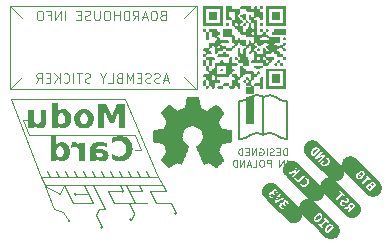
<source format=gbr>
%TF.GenerationSoftware,KiCad,Pcbnew,9.0.4-9.0.4-0~ubuntu24.04.1*%
%TF.CreationDate,2025-09-30T20:52:51+00:00*%
%TF.ProjectId,base-module,62617365-2d6d-46f6-9475-6c652e6b6963,1.1.1*%
%TF.SameCoordinates,Original*%
%TF.FileFunction,Legend,Bot*%
%TF.FilePolarity,Positive*%
%FSLAX46Y46*%
G04 Gerber Fmt 4.6, Leading zero omitted, Abs format (unit mm)*
G04 Created by KiCad (PCBNEW 9.0.4-9.0.4-0~ubuntu24.04.1) date 2025-09-30 20:52:51*
%MOMM*%
%LPD*%
G01*
G04 APERTURE LIST*
%ADD10C,0.100000*%
%ADD11C,0.200000*%
%ADD12C,0.400000*%
%ADD13C,0.010000*%
%ADD14C,0.000000*%
G04 APERTURE END LIST*
D10*
X110673167Y-122082759D02*
X109403167Y-122082759D01*
X111431119Y-124475403D02*
G75*
G02*
X111243977Y-124475403I-93571J0D01*
G01*
X111243977Y-124475403D02*
G75*
G02*
X111431119Y-124475403I93571J0D01*
G01*
X105720167Y-121574759D02*
X105339167Y-122336759D01*
X104069167Y-121594858D02*
X104829887Y-123584610D01*
X101223250Y-114237001D02*
X103763250Y-120841001D01*
X110419167Y-121574759D02*
X110673167Y-122082759D01*
X107371167Y-121574759D02*
X108133167Y-123098759D01*
X109911167Y-123098759D02*
X111181167Y-123098759D01*
X114302033Y-122089869D02*
X112959167Y-122082759D01*
D11*
X121445151Y-114097059D02*
G75*
G02*
X120541969Y-114452681I-880051J910359D01*
G01*
D10*
X113467835Y-123100168D02*
X114739629Y-123098118D01*
X114036777Y-121574883D02*
X114302033Y-122089869D01*
X110766738Y-122082759D02*
G75*
G02*
X110579596Y-122082759I-93571J0D01*
G01*
X110579596Y-122082759D02*
G75*
G02*
X110766738Y-122082759I93571J0D01*
G01*
X107752167Y-122336759D02*
X106635880Y-122336759D01*
X104059878Y-121576282D02*
X114036777Y-121574883D01*
X115247629Y-123953689D02*
G75*
G02*
X115060487Y-123953689I-93571J0D01*
G01*
X115060487Y-123953689D02*
G75*
G02*
X115247629Y-123953689I93571J0D01*
G01*
X108133167Y-121574759D02*
X108895167Y-123098759D01*
X115870000Y-107385001D02*
X116870000Y-106385001D01*
X102810750Y-117285001D02*
X111129250Y-117285001D01*
X108843250Y-120841001D02*
X110113250Y-120841001D01*
X112959167Y-122082759D02*
X113467835Y-123100168D01*
D11*
X121464552Y-117306878D02*
G75*
G02*
X122568255Y-117273806I578348J-867722D01*
G01*
D10*
X111595596Y-123954330D02*
X111181167Y-123098759D01*
D11*
X122553110Y-117273028D02*
G75*
G02*
X123656836Y-117306079I525390J-900572D01*
G01*
X122553110Y-117273028D02*
X122570000Y-114085001D01*
X121434629Y-114097246D02*
G75*
G02*
X122538346Y-114064148I578371J-867554D01*
G01*
D10*
X109097250Y-120841001D02*
X108843250Y-120333001D01*
D11*
X124534310Y-117654027D02*
X124544936Y-114470564D01*
D10*
X101109026Y-106391940D02*
X116909025Y-106391940D01*
X116909025Y-113391940D01*
X101109026Y-113391940D01*
X101109026Y-106391940D01*
X112145250Y-120841001D02*
X111764250Y-120841001D01*
X108641167Y-123606759D02*
X108387167Y-124114759D01*
X112186119Y-118561051D02*
X111691028Y-118558852D01*
X112907250Y-120841001D02*
X112653250Y-120333001D01*
X102109026Y-107391940D02*
X101109026Y-106391940D01*
X107573250Y-120841001D02*
X107319250Y-120333001D01*
X111383250Y-120841001D02*
X111129250Y-120333001D01*
X111689167Y-123098759D02*
X112705167Y-123098759D01*
X112145250Y-120841001D02*
X113415250Y-120841001D01*
D11*
X124544936Y-114470564D02*
G75*
G02*
X123646333Y-114111467I-10436J1277764D01*
G01*
D10*
X115154058Y-123953689D02*
X114739629Y-123098118D01*
X108133167Y-123098759D02*
X106482167Y-123098759D01*
D11*
X121476113Y-117307766D02*
G75*
G02*
X120529419Y-117662263I-880913J911166D01*
G01*
D10*
X111591548Y-123967403D02*
X111337548Y-124475403D01*
D11*
X122570000Y-114085001D02*
G75*
G02*
X123646321Y-114111473I516700J-885799D01*
G01*
D10*
X104525250Y-120841001D02*
X104271250Y-120333001D01*
X113669250Y-120841001D02*
X114036777Y-121574883D01*
X102227663Y-116003414D02*
X102722754Y-116005613D01*
X105287250Y-120841001D02*
X105033250Y-120333001D01*
X104829887Y-123584610D02*
X105591887Y-123838610D01*
X104059878Y-121576282D02*
X103763250Y-120841001D01*
X102109585Y-112391381D02*
X101109026Y-113391940D01*
X107065250Y-120841001D02*
X105795250Y-120841001D01*
X112324167Y-122082759D02*
X111181167Y-122082759D01*
X110621250Y-120841001D02*
X110367250Y-120333001D01*
X105339167Y-122336759D02*
X104069167Y-121594858D01*
X108589250Y-120841001D02*
X107065250Y-120841001D01*
X115870000Y-112385001D02*
X116870000Y-113385001D01*
X108988738Y-125130759D02*
G75*
G02*
X108801596Y-125130759I-93571J0D01*
G01*
X108801596Y-125130759D02*
G75*
G02*
X108988738Y-125130759I93571J0D01*
G01*
D11*
X120529418Y-117662875D02*
X120541970Y-114452649D01*
D10*
X106193458Y-124600610D02*
G75*
G02*
X106006316Y-124600610I-93571J0D01*
G01*
X106006316Y-124600610D02*
G75*
G02*
X106193458Y-124600610I93571J0D01*
G01*
X112145250Y-120841001D02*
X111891250Y-120333001D01*
X112070167Y-121574759D02*
X112324167Y-122082759D01*
X109403167Y-122082759D02*
X109909373Y-123100809D01*
X109859250Y-120841001D02*
X109605250Y-120333001D01*
X108895167Y-123098759D02*
X109149167Y-123606759D01*
X113669250Y-120841001D02*
X110875250Y-114237001D01*
X108843250Y-120841001D02*
X108589250Y-120841001D01*
X109149167Y-123606759D02*
X108641167Y-123606759D01*
X106729451Y-122336759D02*
G75*
G02*
X106542309Y-122336759I-93571J0D01*
G01*
X106542309Y-122336759D02*
G75*
G02*
X106729451Y-122336759I93571J0D01*
G01*
X108387167Y-124114759D02*
X108895167Y-125130759D01*
X108335250Y-120841001D02*
X108081250Y-120333001D01*
X106049250Y-120841001D02*
X105795250Y-120333001D01*
X106811250Y-120841001D02*
X106557250Y-120333001D01*
X111181167Y-123098759D02*
X111689167Y-123098759D01*
X111181167Y-122082759D02*
X111687373Y-123100809D01*
X105591887Y-123838610D02*
X106099887Y-124600610D01*
X110875250Y-114237001D02*
X101223250Y-114237001D01*
X102227663Y-116003414D02*
X102747250Y-117285001D01*
X110927167Y-121574759D02*
X111181167Y-122082759D01*
X112186119Y-118561051D02*
X111666532Y-117279464D01*
X105720167Y-121574759D02*
X106482167Y-123098759D01*
X111129250Y-117285001D02*
X111666532Y-117279464D01*
D11*
X124534310Y-117654027D02*
G75*
G02*
X123651633Y-117300399I-8010J1258427D01*
G01*
D10*
X103763250Y-120841001D02*
X113669250Y-120841001D01*
D11*
G36*
X109762808Y-119371672D02*
G01*
X109910895Y-119437955D01*
X110064814Y-119485611D01*
X110224205Y-119514336D01*
X110392588Y-119524079D01*
X110598322Y-119511376D01*
X110778598Y-119475130D01*
X110937057Y-119417315D01*
X111076760Y-119338749D01*
X111200055Y-119239048D01*
X111305217Y-119119679D01*
X111387359Y-118985192D01*
X111447378Y-118833442D01*
X111484821Y-118661497D01*
X111497909Y-118465775D01*
X111484804Y-118269386D01*
X111447327Y-118097004D01*
X111387286Y-117945015D01*
X111305154Y-117810455D01*
X111200055Y-117691159D01*
X111076753Y-117591411D01*
X110937046Y-117512810D01*
X110778587Y-117454973D01*
X110598316Y-117418714D01*
X110392588Y-117406005D01*
X110224205Y-117415749D01*
X110064814Y-117444474D01*
X109910895Y-117492129D01*
X109762808Y-117558413D01*
X109762808Y-117984372D01*
X109911107Y-117895148D01*
X110051136Y-117836117D01*
X110196047Y-117800901D01*
X110350212Y-117788978D01*
X110488582Y-117801179D01*
X110606041Y-117835829D01*
X110706548Y-117891552D01*
X110792902Y-117969107D01*
X110860763Y-118063027D01*
X110910922Y-118174660D01*
X110942762Y-118307457D01*
X110954102Y-118465775D01*
X110942782Y-118623288D01*
X110910974Y-118755612D01*
X110860819Y-118867044D01*
X110792902Y-118960977D01*
X110706548Y-119038532D01*
X110606041Y-119094256D01*
X110488582Y-119128906D01*
X110350212Y-119141107D01*
X110196047Y-119129184D01*
X110051136Y-119093968D01*
X109911107Y-119034936D01*
X109762808Y-118945712D01*
X109762808Y-119371672D01*
G37*
G36*
X108855298Y-117918998D02*
G01*
X109013959Y-117933936D01*
X109171795Y-117958406D01*
X109329521Y-117992188D01*
X109329521Y-118367345D01*
X109209389Y-118312922D01*
X109078195Y-118273556D01*
X108939701Y-118250351D01*
X108785836Y-118242293D01*
X108656333Y-118249759D01*
X108564128Y-118269136D01*
X108500316Y-118296881D01*
X108449716Y-118339817D01*
X108419476Y-118395622D01*
X108408725Y-118468584D01*
X108408725Y-118508029D01*
X108696932Y-118508029D01*
X108902269Y-118517856D01*
X109062256Y-118544328D01*
X109185184Y-118583682D01*
X109278230Y-118633326D01*
X109357750Y-118703209D01*
X109414764Y-118789527D01*
X109450555Y-118895665D01*
X109463366Y-119026923D01*
X109453598Y-119134822D01*
X109425505Y-119228980D01*
X109379712Y-119312035D01*
X109315233Y-119385838D01*
X109237366Y-119445185D01*
X109148563Y-119488081D01*
X109046752Y-119514742D01*
X108929207Y-119524079D01*
X108813086Y-119516415D01*
X108714274Y-119494805D01*
X108630009Y-119460698D01*
X108553270Y-119411967D01*
X108479641Y-119345393D01*
X108408725Y-119258343D01*
X108408725Y-119485001D01*
X107915477Y-119485001D01*
X107915477Y-118852656D01*
X108408725Y-118852656D01*
X108419606Y-118947030D01*
X108450972Y-119027727D01*
X108503003Y-119097876D01*
X108570964Y-119152438D01*
X108647429Y-119184746D01*
X108735278Y-119195817D01*
X108807330Y-119189338D01*
X108863814Y-119171542D01*
X108908080Y-119143793D01*
X108942207Y-119105323D01*
X108962925Y-119058256D01*
X108970240Y-118999934D01*
X108961264Y-118937386D01*
X108935787Y-118888038D01*
X108893059Y-118848626D01*
X108838932Y-118822049D01*
X108764215Y-118804026D01*
X108662860Y-118797213D01*
X108408725Y-118797213D01*
X108408725Y-118852656D01*
X107915477Y-118852656D01*
X107915477Y-118613908D01*
X107929198Y-118426748D01*
X107966585Y-118280302D01*
X108023715Y-118166375D01*
X108099270Y-118078650D01*
X108194229Y-118012555D01*
X108320048Y-117961099D01*
X108484482Y-117926762D01*
X108696932Y-117914031D01*
X108855298Y-117918998D01*
G37*
G36*
X106322525Y-118375161D02*
G01*
X106387319Y-118347074D01*
X106450264Y-118327900D01*
X106578003Y-118312635D01*
X106670717Y-118320949D01*
X106748201Y-118344422D01*
X106813413Y-118381985D01*
X106868408Y-118434146D01*
X106922274Y-118520846D01*
X106957261Y-118634356D01*
X106970135Y-118782314D01*
X106970135Y-119485001D01*
X107459231Y-119485001D01*
X107459231Y-117953109D01*
X106970135Y-117953109D01*
X106970135Y-118203214D01*
X106901242Y-118108268D01*
X106829164Y-118036026D01*
X106753614Y-117983273D01*
X106669436Y-117945738D01*
X106572576Y-117922274D01*
X106460522Y-117914031D01*
X106407277Y-117916229D01*
X106323868Y-117925632D01*
X106322525Y-118375161D01*
G37*
G36*
X105038663Y-118171951D02*
G01*
X105110884Y-118088958D01*
X105185209Y-118024648D01*
X105262023Y-117976801D01*
X105345618Y-117942534D01*
X105438624Y-117921369D01*
X105542780Y-117914031D01*
X105678931Y-117928336D01*
X105799633Y-117969989D01*
X105908374Y-118039256D01*
X106007330Y-118139222D01*
X106084666Y-118255848D01*
X106141217Y-118389237D01*
X106176615Y-118542392D01*
X106189046Y-118719055D01*
X106176615Y-118895718D01*
X106141217Y-119048873D01*
X106084666Y-119182262D01*
X106007330Y-119298887D01*
X105908374Y-119398854D01*
X105799633Y-119468121D01*
X105678931Y-119509773D01*
X105542780Y-119524079D01*
X105437686Y-119516789D01*
X105344510Y-119495834D01*
X105261412Y-119462042D01*
X105185092Y-119414505D01*
X105110974Y-119350010D01*
X105038663Y-119266159D01*
X105038663Y-119485001D01*
X104546758Y-119485001D01*
X104546758Y-118719055D01*
X105038663Y-118719055D01*
X105049398Y-118864806D01*
X105078154Y-118974593D01*
X105121339Y-119056354D01*
X105184098Y-119120358D01*
X105262336Y-119158798D01*
X105361063Y-119172370D01*
X105458895Y-119158839D01*
X105536723Y-119120438D01*
X105599444Y-119056354D01*
X105642629Y-118974593D01*
X105671385Y-118864806D01*
X105682120Y-118719055D01*
X105671382Y-118573303D01*
X105642624Y-118463563D01*
X105599444Y-118381878D01*
X105536713Y-118317720D01*
X105458885Y-118279282D01*
X105361063Y-118265740D01*
X105262346Y-118279323D01*
X105184107Y-118317799D01*
X105121339Y-118381878D01*
X105078159Y-118463563D01*
X105049401Y-118573303D01*
X105038663Y-118719055D01*
X104546758Y-118719055D01*
X104546758Y-117359111D01*
X105038663Y-117359111D01*
X105038663Y-118171951D01*
G37*
D10*
X114490855Y-112660263D02*
X114109902Y-112660263D01*
X114567045Y-112888835D02*
X114300378Y-112088835D01*
X114300378Y-112088835D02*
X114033712Y-112888835D01*
X113805141Y-112850740D02*
X113690855Y-112888835D01*
X113690855Y-112888835D02*
X113500379Y-112888835D01*
X113500379Y-112888835D02*
X113424188Y-112850740D01*
X113424188Y-112850740D02*
X113386093Y-112812644D01*
X113386093Y-112812644D02*
X113347998Y-112736454D01*
X113347998Y-112736454D02*
X113347998Y-112660263D01*
X113347998Y-112660263D02*
X113386093Y-112584073D01*
X113386093Y-112584073D02*
X113424188Y-112545978D01*
X113424188Y-112545978D02*
X113500379Y-112507882D01*
X113500379Y-112507882D02*
X113652760Y-112469787D01*
X113652760Y-112469787D02*
X113728950Y-112431692D01*
X113728950Y-112431692D02*
X113767045Y-112393597D01*
X113767045Y-112393597D02*
X113805141Y-112317406D01*
X113805141Y-112317406D02*
X113805141Y-112241216D01*
X113805141Y-112241216D02*
X113767045Y-112165025D01*
X113767045Y-112165025D02*
X113728950Y-112126930D01*
X113728950Y-112126930D02*
X113652760Y-112088835D01*
X113652760Y-112088835D02*
X113462283Y-112088835D01*
X113462283Y-112088835D02*
X113347998Y-112126930D01*
X113043236Y-112850740D02*
X112928950Y-112888835D01*
X112928950Y-112888835D02*
X112738474Y-112888835D01*
X112738474Y-112888835D02*
X112662283Y-112850740D01*
X112662283Y-112850740D02*
X112624188Y-112812644D01*
X112624188Y-112812644D02*
X112586093Y-112736454D01*
X112586093Y-112736454D02*
X112586093Y-112660263D01*
X112586093Y-112660263D02*
X112624188Y-112584073D01*
X112624188Y-112584073D02*
X112662283Y-112545978D01*
X112662283Y-112545978D02*
X112738474Y-112507882D01*
X112738474Y-112507882D02*
X112890855Y-112469787D01*
X112890855Y-112469787D02*
X112967045Y-112431692D01*
X112967045Y-112431692D02*
X113005140Y-112393597D01*
X113005140Y-112393597D02*
X113043236Y-112317406D01*
X113043236Y-112317406D02*
X113043236Y-112241216D01*
X113043236Y-112241216D02*
X113005140Y-112165025D01*
X113005140Y-112165025D02*
X112967045Y-112126930D01*
X112967045Y-112126930D02*
X112890855Y-112088835D01*
X112890855Y-112088835D02*
X112700378Y-112088835D01*
X112700378Y-112088835D02*
X112586093Y-112126930D01*
X112243235Y-112469787D02*
X111976569Y-112469787D01*
X111862283Y-112888835D02*
X112243235Y-112888835D01*
X112243235Y-112888835D02*
X112243235Y-112088835D01*
X112243235Y-112088835D02*
X111862283Y-112088835D01*
X111519425Y-112888835D02*
X111519425Y-112088835D01*
X111519425Y-112088835D02*
X111252759Y-112660263D01*
X111252759Y-112660263D02*
X110986092Y-112088835D01*
X110986092Y-112088835D02*
X110986092Y-112888835D01*
X110338473Y-112469787D02*
X110224187Y-112507882D01*
X110224187Y-112507882D02*
X110186092Y-112545978D01*
X110186092Y-112545978D02*
X110147996Y-112622168D01*
X110147996Y-112622168D02*
X110147996Y-112736454D01*
X110147996Y-112736454D02*
X110186092Y-112812644D01*
X110186092Y-112812644D02*
X110224187Y-112850740D01*
X110224187Y-112850740D02*
X110300377Y-112888835D01*
X110300377Y-112888835D02*
X110605139Y-112888835D01*
X110605139Y-112888835D02*
X110605139Y-112088835D01*
X110605139Y-112088835D02*
X110338473Y-112088835D01*
X110338473Y-112088835D02*
X110262282Y-112126930D01*
X110262282Y-112126930D02*
X110224187Y-112165025D01*
X110224187Y-112165025D02*
X110186092Y-112241216D01*
X110186092Y-112241216D02*
X110186092Y-112317406D01*
X110186092Y-112317406D02*
X110224187Y-112393597D01*
X110224187Y-112393597D02*
X110262282Y-112431692D01*
X110262282Y-112431692D02*
X110338473Y-112469787D01*
X110338473Y-112469787D02*
X110605139Y-112469787D01*
X109424187Y-112888835D02*
X109805139Y-112888835D01*
X109805139Y-112888835D02*
X109805139Y-112088835D01*
X109005139Y-112507882D02*
X109005139Y-112888835D01*
X109271806Y-112088835D02*
X109005139Y-112507882D01*
X109005139Y-112507882D02*
X108738473Y-112088835D01*
X107900378Y-112850740D02*
X107786092Y-112888835D01*
X107786092Y-112888835D02*
X107595616Y-112888835D01*
X107595616Y-112888835D02*
X107519425Y-112850740D01*
X107519425Y-112850740D02*
X107481330Y-112812644D01*
X107481330Y-112812644D02*
X107443235Y-112736454D01*
X107443235Y-112736454D02*
X107443235Y-112660263D01*
X107443235Y-112660263D02*
X107481330Y-112584073D01*
X107481330Y-112584073D02*
X107519425Y-112545978D01*
X107519425Y-112545978D02*
X107595616Y-112507882D01*
X107595616Y-112507882D02*
X107747997Y-112469787D01*
X107747997Y-112469787D02*
X107824187Y-112431692D01*
X107824187Y-112431692D02*
X107862282Y-112393597D01*
X107862282Y-112393597D02*
X107900378Y-112317406D01*
X107900378Y-112317406D02*
X107900378Y-112241216D01*
X107900378Y-112241216D02*
X107862282Y-112165025D01*
X107862282Y-112165025D02*
X107824187Y-112126930D01*
X107824187Y-112126930D02*
X107747997Y-112088835D01*
X107747997Y-112088835D02*
X107557520Y-112088835D01*
X107557520Y-112088835D02*
X107443235Y-112126930D01*
X107214663Y-112088835D02*
X106757520Y-112088835D01*
X106986092Y-112888835D02*
X106986092Y-112088835D01*
X106490853Y-112888835D02*
X106490853Y-112088835D01*
X105652758Y-112812644D02*
X105690854Y-112850740D01*
X105690854Y-112850740D02*
X105805139Y-112888835D01*
X105805139Y-112888835D02*
X105881330Y-112888835D01*
X105881330Y-112888835D02*
X105995616Y-112850740D01*
X105995616Y-112850740D02*
X106071806Y-112774549D01*
X106071806Y-112774549D02*
X106109901Y-112698359D01*
X106109901Y-112698359D02*
X106147997Y-112545978D01*
X106147997Y-112545978D02*
X106147997Y-112431692D01*
X106147997Y-112431692D02*
X106109901Y-112279311D01*
X106109901Y-112279311D02*
X106071806Y-112203120D01*
X106071806Y-112203120D02*
X105995616Y-112126930D01*
X105995616Y-112126930D02*
X105881330Y-112088835D01*
X105881330Y-112088835D02*
X105805139Y-112088835D01*
X105805139Y-112088835D02*
X105690854Y-112126930D01*
X105690854Y-112126930D02*
X105652758Y-112165025D01*
X105309901Y-112888835D02*
X105309901Y-112088835D01*
X104852758Y-112888835D02*
X105195616Y-112431692D01*
X104852758Y-112088835D02*
X105309901Y-112545978D01*
X104509901Y-112469787D02*
X104243235Y-112469787D01*
X104128949Y-112888835D02*
X104509901Y-112888835D01*
X104509901Y-112888835D02*
X104509901Y-112088835D01*
X104509901Y-112088835D02*
X104128949Y-112088835D01*
X103328948Y-112888835D02*
X103595615Y-112507882D01*
X103786091Y-112888835D02*
X103786091Y-112088835D01*
X103786091Y-112088835D02*
X103481329Y-112088835D01*
X103481329Y-112088835D02*
X103405139Y-112126930D01*
X103405139Y-112126930D02*
X103367044Y-112165025D01*
X103367044Y-112165025D02*
X103328948Y-112241216D01*
X103328948Y-112241216D02*
X103328948Y-112355501D01*
X103328948Y-112355501D02*
X103367044Y-112431692D01*
X103367044Y-112431692D02*
X103405139Y-112469787D01*
X103405139Y-112469787D02*
X103481329Y-112507882D01*
X103481329Y-112507882D02*
X103786091Y-112507882D01*
D11*
G36*
X110872428Y-114651084D02*
G01*
X110202959Y-114651084D01*
X109738409Y-115743705D01*
X109271172Y-114651084D01*
X108603046Y-114651084D01*
X108603046Y-116691001D01*
X109100446Y-116691001D01*
X109100446Y-115199409D01*
X109570370Y-116300212D01*
X109903761Y-116300212D01*
X110373684Y-115199409D01*
X110373684Y-116691001D01*
X110872428Y-116691001D01*
X110872428Y-114651084D01*
G37*
G36*
X107540439Y-115129690D02*
G01*
X107679938Y-115157125D01*
X107801294Y-115200642D01*
X107907075Y-115259435D01*
X107999277Y-115333621D01*
X108077656Y-115422842D01*
X108139178Y-115524498D01*
X108184363Y-115640383D01*
X108212694Y-115772921D01*
X108222637Y-115925055D01*
X108212694Y-116077188D01*
X108184363Y-116209727D01*
X108139178Y-116325612D01*
X108077656Y-116427268D01*
X107999277Y-116516489D01*
X107907075Y-116590675D01*
X107801294Y-116649467D01*
X107679938Y-116692984D01*
X107540439Y-116720420D01*
X107379755Y-116730079D01*
X107219634Y-116720418D01*
X107080692Y-116692984D01*
X106959878Y-116649472D01*
X106854619Y-116590684D01*
X106762920Y-116516489D01*
X106685065Y-116427341D01*
X106623916Y-116325725D01*
X106578981Y-116209841D01*
X106550797Y-116077263D01*
X106540903Y-115925055D01*
X107050516Y-115925055D01*
X107061456Y-116069700D01*
X107090866Y-116179331D01*
X107135268Y-116261622D01*
X107199330Y-116325971D01*
X107279134Y-116364691D01*
X107379755Y-116378370D01*
X107482282Y-116364625D01*
X107563207Y-116325834D01*
X107627784Y-116261622D01*
X107672526Y-116179282D01*
X107702137Y-116069650D01*
X107713147Y-115925055D01*
X107702137Y-115780460D01*
X107672526Y-115670828D01*
X107627784Y-115588488D01*
X107563207Y-115524276D01*
X107482282Y-115485485D01*
X107379755Y-115471740D01*
X107279134Y-115485419D01*
X107199330Y-115524139D01*
X107135268Y-115588488D01*
X107090866Y-115670779D01*
X107061456Y-115780410D01*
X107050516Y-115925055D01*
X106540903Y-115925055D01*
X106550797Y-115772846D01*
X106578981Y-115640269D01*
X106623916Y-115524385D01*
X106685065Y-115422769D01*
X106762920Y-115333621D01*
X106854619Y-115259426D01*
X106959878Y-115200638D01*
X107080692Y-115157126D01*
X107219634Y-115129691D01*
X107379755Y-115120031D01*
X107540439Y-115129690D01*
G37*
G36*
X105144201Y-115377951D02*
G01*
X105216422Y-115294958D01*
X105290747Y-115230648D01*
X105367561Y-115182801D01*
X105451156Y-115148534D01*
X105544162Y-115127369D01*
X105648318Y-115120031D01*
X105784469Y-115134336D01*
X105905171Y-115175989D01*
X106013912Y-115245256D01*
X106112868Y-115345222D01*
X106190204Y-115461848D01*
X106246755Y-115595237D01*
X106282153Y-115748392D01*
X106294584Y-115925055D01*
X106282153Y-116101718D01*
X106246755Y-116254873D01*
X106190204Y-116388262D01*
X106112868Y-116504887D01*
X106013912Y-116604854D01*
X105905171Y-116674121D01*
X105784469Y-116715773D01*
X105648318Y-116730079D01*
X105543224Y-116722789D01*
X105450048Y-116701834D01*
X105366950Y-116668042D01*
X105290630Y-116620505D01*
X105216512Y-116556010D01*
X105144201Y-116472159D01*
X105144201Y-116691001D01*
X104652296Y-116691001D01*
X104652296Y-115925055D01*
X105144201Y-115925055D01*
X105154936Y-116070806D01*
X105183692Y-116180593D01*
X105226877Y-116262354D01*
X105289636Y-116326358D01*
X105367874Y-116364798D01*
X105466601Y-116378370D01*
X105564433Y-116364839D01*
X105642261Y-116326438D01*
X105704982Y-116262354D01*
X105748167Y-116180593D01*
X105776923Y-116070806D01*
X105787658Y-115925055D01*
X105776920Y-115779303D01*
X105748162Y-115669563D01*
X105704982Y-115587878D01*
X105642251Y-115523720D01*
X105564423Y-115485282D01*
X105466601Y-115471740D01*
X105367884Y-115485323D01*
X105289645Y-115523799D01*
X105226877Y-115587878D01*
X105183697Y-115669563D01*
X105154939Y-115779303D01*
X105144201Y-115925055D01*
X104652296Y-115925055D01*
X104652296Y-114565111D01*
X105144201Y-114565111D01*
X105144201Y-115377951D01*
G37*
G36*
X104198859Y-116096758D02*
G01*
X104198859Y-115159109D01*
X103706954Y-115159109D01*
X103706954Y-115312616D01*
X103708419Y-115625980D01*
X103709762Y-115877428D01*
X103700237Y-116144141D01*
X103685807Y-116219382D01*
X103667386Y-116262721D01*
X103632610Y-116305275D01*
X103588862Y-116336726D01*
X103537702Y-116356017D01*
X103477487Y-116362738D01*
X103381390Y-116349229D01*
X103302673Y-116310407D01*
X103237030Y-116244891D01*
X103190739Y-116161761D01*
X103160630Y-116054667D01*
X103149591Y-115917239D01*
X103149591Y-115159109D01*
X102660495Y-115159109D01*
X102660495Y-116691001D01*
X103149591Y-116691001D01*
X103149591Y-116472159D01*
X103227755Y-116555465D01*
X103305730Y-116619740D01*
X103383942Y-116667309D01*
X103468293Y-116701907D01*
X103558722Y-116722911D01*
X103656517Y-116730079D01*
X103787491Y-116718812D01*
X103895728Y-116687204D01*
X103985605Y-116637045D01*
X104060251Y-116568024D01*
X104117492Y-116484194D01*
X104160733Y-116380622D01*
X104188732Y-116253166D01*
X104198859Y-116096758D01*
G37*
D12*
G36*
X121809003Y-114123937D02*
G01*
X121075359Y-114123937D01*
X121075359Y-116421774D01*
X121809003Y-116421774D01*
X121809003Y-114123937D01*
G37*
G36*
X121809003Y-113232939D02*
G01*
X121075359Y-113232939D01*
X121075359Y-113830845D01*
X121809003Y-113830845D01*
X121809003Y-113232939D01*
G37*
D10*
X114047068Y-107162848D02*
X113932782Y-107200943D01*
X113932782Y-107200943D02*
X113894687Y-107239039D01*
X113894687Y-107239039D02*
X113856591Y-107315229D01*
X113856591Y-107315229D02*
X113856591Y-107429515D01*
X113856591Y-107429515D02*
X113894687Y-107505705D01*
X113894687Y-107505705D02*
X113932782Y-107543801D01*
X113932782Y-107543801D02*
X114008972Y-107581896D01*
X114008972Y-107581896D02*
X114313734Y-107581896D01*
X114313734Y-107581896D02*
X114313734Y-106781896D01*
X114313734Y-106781896D02*
X114047068Y-106781896D01*
X114047068Y-106781896D02*
X113970877Y-106819991D01*
X113970877Y-106819991D02*
X113932782Y-106858086D01*
X113932782Y-106858086D02*
X113894687Y-106934277D01*
X113894687Y-106934277D02*
X113894687Y-107010467D01*
X113894687Y-107010467D02*
X113932782Y-107086658D01*
X113932782Y-107086658D02*
X113970877Y-107124753D01*
X113970877Y-107124753D02*
X114047068Y-107162848D01*
X114047068Y-107162848D02*
X114313734Y-107162848D01*
X113361353Y-106781896D02*
X113208972Y-106781896D01*
X113208972Y-106781896D02*
X113132782Y-106819991D01*
X113132782Y-106819991D02*
X113056591Y-106896181D01*
X113056591Y-106896181D02*
X113018496Y-107048562D01*
X113018496Y-107048562D02*
X113018496Y-107315229D01*
X113018496Y-107315229D02*
X113056591Y-107467610D01*
X113056591Y-107467610D02*
X113132782Y-107543801D01*
X113132782Y-107543801D02*
X113208972Y-107581896D01*
X113208972Y-107581896D02*
X113361353Y-107581896D01*
X113361353Y-107581896D02*
X113437544Y-107543801D01*
X113437544Y-107543801D02*
X113513734Y-107467610D01*
X113513734Y-107467610D02*
X113551830Y-107315229D01*
X113551830Y-107315229D02*
X113551830Y-107048562D01*
X113551830Y-107048562D02*
X113513734Y-106896181D01*
X113513734Y-106896181D02*
X113437544Y-106819991D01*
X113437544Y-106819991D02*
X113361353Y-106781896D01*
X112713735Y-107353324D02*
X112332782Y-107353324D01*
X112789925Y-107581896D02*
X112523258Y-106781896D01*
X112523258Y-106781896D02*
X112256592Y-107581896D01*
X111532782Y-107581896D02*
X111799449Y-107200943D01*
X111989925Y-107581896D02*
X111989925Y-106781896D01*
X111989925Y-106781896D02*
X111685163Y-106781896D01*
X111685163Y-106781896D02*
X111608973Y-106819991D01*
X111608973Y-106819991D02*
X111570878Y-106858086D01*
X111570878Y-106858086D02*
X111532782Y-106934277D01*
X111532782Y-106934277D02*
X111532782Y-107048562D01*
X111532782Y-107048562D02*
X111570878Y-107124753D01*
X111570878Y-107124753D02*
X111608973Y-107162848D01*
X111608973Y-107162848D02*
X111685163Y-107200943D01*
X111685163Y-107200943D02*
X111989925Y-107200943D01*
X111189925Y-107581896D02*
X111189925Y-106781896D01*
X111189925Y-106781896D02*
X110999449Y-106781896D01*
X110999449Y-106781896D02*
X110885163Y-106819991D01*
X110885163Y-106819991D02*
X110808973Y-106896181D01*
X110808973Y-106896181D02*
X110770878Y-106972372D01*
X110770878Y-106972372D02*
X110732782Y-107124753D01*
X110732782Y-107124753D02*
X110732782Y-107239039D01*
X110732782Y-107239039D02*
X110770878Y-107391420D01*
X110770878Y-107391420D02*
X110808973Y-107467610D01*
X110808973Y-107467610D02*
X110885163Y-107543801D01*
X110885163Y-107543801D02*
X110999449Y-107581896D01*
X110999449Y-107581896D02*
X111189925Y-107581896D01*
X110389925Y-107581896D02*
X110389925Y-106781896D01*
X110389925Y-107162848D02*
X109932782Y-107162848D01*
X109932782Y-107581896D02*
X109932782Y-106781896D01*
X109399449Y-106781896D02*
X109247068Y-106781896D01*
X109247068Y-106781896D02*
X109170878Y-106819991D01*
X109170878Y-106819991D02*
X109094687Y-106896181D01*
X109094687Y-106896181D02*
X109056592Y-107048562D01*
X109056592Y-107048562D02*
X109056592Y-107315229D01*
X109056592Y-107315229D02*
X109094687Y-107467610D01*
X109094687Y-107467610D02*
X109170878Y-107543801D01*
X109170878Y-107543801D02*
X109247068Y-107581896D01*
X109247068Y-107581896D02*
X109399449Y-107581896D01*
X109399449Y-107581896D02*
X109475640Y-107543801D01*
X109475640Y-107543801D02*
X109551830Y-107467610D01*
X109551830Y-107467610D02*
X109589926Y-107315229D01*
X109589926Y-107315229D02*
X109589926Y-107048562D01*
X109589926Y-107048562D02*
X109551830Y-106896181D01*
X109551830Y-106896181D02*
X109475640Y-106819991D01*
X109475640Y-106819991D02*
X109399449Y-106781896D01*
X108713735Y-106781896D02*
X108713735Y-107429515D01*
X108713735Y-107429515D02*
X108675640Y-107505705D01*
X108675640Y-107505705D02*
X108637545Y-107543801D01*
X108637545Y-107543801D02*
X108561354Y-107581896D01*
X108561354Y-107581896D02*
X108408973Y-107581896D01*
X108408973Y-107581896D02*
X108332783Y-107543801D01*
X108332783Y-107543801D02*
X108294688Y-107505705D01*
X108294688Y-107505705D02*
X108256592Y-107429515D01*
X108256592Y-107429515D02*
X108256592Y-106781896D01*
X107913736Y-107543801D02*
X107799450Y-107581896D01*
X107799450Y-107581896D02*
X107608974Y-107581896D01*
X107608974Y-107581896D02*
X107532783Y-107543801D01*
X107532783Y-107543801D02*
X107494688Y-107505705D01*
X107494688Y-107505705D02*
X107456593Y-107429515D01*
X107456593Y-107429515D02*
X107456593Y-107353324D01*
X107456593Y-107353324D02*
X107494688Y-107277134D01*
X107494688Y-107277134D02*
X107532783Y-107239039D01*
X107532783Y-107239039D02*
X107608974Y-107200943D01*
X107608974Y-107200943D02*
X107761355Y-107162848D01*
X107761355Y-107162848D02*
X107837545Y-107124753D01*
X107837545Y-107124753D02*
X107875640Y-107086658D01*
X107875640Y-107086658D02*
X107913736Y-107010467D01*
X107913736Y-107010467D02*
X107913736Y-106934277D01*
X107913736Y-106934277D02*
X107875640Y-106858086D01*
X107875640Y-106858086D02*
X107837545Y-106819991D01*
X107837545Y-106819991D02*
X107761355Y-106781896D01*
X107761355Y-106781896D02*
X107570878Y-106781896D01*
X107570878Y-106781896D02*
X107456593Y-106819991D01*
X107113735Y-107162848D02*
X106847069Y-107162848D01*
X106732783Y-107581896D02*
X107113735Y-107581896D01*
X107113735Y-107581896D02*
X107113735Y-106781896D01*
X107113735Y-106781896D02*
X106732783Y-106781896D01*
X105780401Y-107581896D02*
X105780401Y-106781896D01*
X105399449Y-107581896D02*
X105399449Y-106781896D01*
X105399449Y-106781896D02*
X104942306Y-107581896D01*
X104942306Y-107581896D02*
X104942306Y-106781896D01*
X104294688Y-107162848D02*
X104561354Y-107162848D01*
X104561354Y-107581896D02*
X104561354Y-106781896D01*
X104561354Y-106781896D02*
X104180402Y-106781896D01*
X103723259Y-106781896D02*
X103570878Y-106781896D01*
X103570878Y-106781896D02*
X103494688Y-106819991D01*
X103494688Y-106819991D02*
X103418497Y-106896181D01*
X103418497Y-106896181D02*
X103380402Y-107048562D01*
X103380402Y-107048562D02*
X103380402Y-107315229D01*
X103380402Y-107315229D02*
X103418497Y-107467610D01*
X103418497Y-107467610D02*
X103494688Y-107543801D01*
X103494688Y-107543801D02*
X103570878Y-107581896D01*
X103570878Y-107581896D02*
X103723259Y-107581896D01*
X103723259Y-107581896D02*
X103799450Y-107543801D01*
X103799450Y-107543801D02*
X103875640Y-107467610D01*
X103875640Y-107467610D02*
X103913736Y-107315229D01*
X103913736Y-107315229D02*
X103913736Y-107048562D01*
X103913736Y-107048562D02*
X103875640Y-106896181D01*
X103875640Y-106896181D02*
X103799450Y-106819991D01*
X103799450Y-106819991D02*
X103723259Y-106781896D01*
X124561353Y-119040406D02*
X124561353Y-118440406D01*
X124561353Y-118440406D02*
X124418496Y-118440406D01*
X124418496Y-118440406D02*
X124332782Y-118468977D01*
X124332782Y-118468977D02*
X124275639Y-118526120D01*
X124275639Y-118526120D02*
X124247068Y-118583263D01*
X124247068Y-118583263D02*
X124218496Y-118697549D01*
X124218496Y-118697549D02*
X124218496Y-118783263D01*
X124218496Y-118783263D02*
X124247068Y-118897549D01*
X124247068Y-118897549D02*
X124275639Y-118954692D01*
X124275639Y-118954692D02*
X124332782Y-119011835D01*
X124332782Y-119011835D02*
X124418496Y-119040406D01*
X124418496Y-119040406D02*
X124561353Y-119040406D01*
X123961353Y-118726120D02*
X123761353Y-118726120D01*
X123675639Y-119040406D02*
X123961353Y-119040406D01*
X123961353Y-119040406D02*
X123961353Y-118440406D01*
X123961353Y-118440406D02*
X123675639Y-118440406D01*
X123447068Y-119011835D02*
X123361354Y-119040406D01*
X123361354Y-119040406D02*
X123218496Y-119040406D01*
X123218496Y-119040406D02*
X123161354Y-119011835D01*
X123161354Y-119011835D02*
X123132782Y-118983263D01*
X123132782Y-118983263D02*
X123104211Y-118926120D01*
X123104211Y-118926120D02*
X123104211Y-118868977D01*
X123104211Y-118868977D02*
X123132782Y-118811835D01*
X123132782Y-118811835D02*
X123161354Y-118783263D01*
X123161354Y-118783263D02*
X123218496Y-118754692D01*
X123218496Y-118754692D02*
X123332782Y-118726120D01*
X123332782Y-118726120D02*
X123389925Y-118697549D01*
X123389925Y-118697549D02*
X123418496Y-118668977D01*
X123418496Y-118668977D02*
X123447068Y-118611835D01*
X123447068Y-118611835D02*
X123447068Y-118554692D01*
X123447068Y-118554692D02*
X123418496Y-118497549D01*
X123418496Y-118497549D02*
X123389925Y-118468977D01*
X123389925Y-118468977D02*
X123332782Y-118440406D01*
X123332782Y-118440406D02*
X123189925Y-118440406D01*
X123189925Y-118440406D02*
X123104211Y-118468977D01*
X122847067Y-119040406D02*
X122847067Y-118440406D01*
X122247068Y-118468977D02*
X122304211Y-118440406D01*
X122304211Y-118440406D02*
X122389925Y-118440406D01*
X122389925Y-118440406D02*
X122475639Y-118468977D01*
X122475639Y-118468977D02*
X122532782Y-118526120D01*
X122532782Y-118526120D02*
X122561353Y-118583263D01*
X122561353Y-118583263D02*
X122589925Y-118697549D01*
X122589925Y-118697549D02*
X122589925Y-118783263D01*
X122589925Y-118783263D02*
X122561353Y-118897549D01*
X122561353Y-118897549D02*
X122532782Y-118954692D01*
X122532782Y-118954692D02*
X122475639Y-119011835D01*
X122475639Y-119011835D02*
X122389925Y-119040406D01*
X122389925Y-119040406D02*
X122332782Y-119040406D01*
X122332782Y-119040406D02*
X122247068Y-119011835D01*
X122247068Y-119011835D02*
X122218496Y-118983263D01*
X122218496Y-118983263D02*
X122218496Y-118783263D01*
X122218496Y-118783263D02*
X122332782Y-118783263D01*
X121961353Y-119040406D02*
X121961353Y-118440406D01*
X121961353Y-118440406D02*
X121618496Y-119040406D01*
X121618496Y-119040406D02*
X121618496Y-118440406D01*
X121332782Y-118726120D02*
X121132782Y-118726120D01*
X121047068Y-119040406D02*
X121332782Y-119040406D01*
X121332782Y-119040406D02*
X121332782Y-118440406D01*
X121332782Y-118440406D02*
X121047068Y-118440406D01*
X120789925Y-119040406D02*
X120789925Y-118440406D01*
X120789925Y-118440406D02*
X120647068Y-118440406D01*
X120647068Y-118440406D02*
X120561354Y-118468977D01*
X120561354Y-118468977D02*
X120504211Y-118526120D01*
X120504211Y-118526120D02*
X120475640Y-118583263D01*
X120475640Y-118583263D02*
X120447068Y-118697549D01*
X120447068Y-118697549D02*
X120447068Y-118783263D01*
X120447068Y-118783263D02*
X120475640Y-118897549D01*
X120475640Y-118897549D02*
X120504211Y-118954692D01*
X120504211Y-118954692D02*
X120561354Y-119011835D01*
X120561354Y-119011835D02*
X120647068Y-119040406D01*
X120647068Y-119040406D02*
X120789925Y-119040406D01*
X124561353Y-120006372D02*
X124561353Y-119406372D01*
X124275639Y-120006372D02*
X124275639Y-119406372D01*
X124275639Y-119406372D02*
X123932782Y-120006372D01*
X123932782Y-120006372D02*
X123932782Y-119406372D01*
X123189925Y-120006372D02*
X123189925Y-119406372D01*
X123189925Y-119406372D02*
X122961354Y-119406372D01*
X122961354Y-119406372D02*
X122904211Y-119434943D01*
X122904211Y-119434943D02*
X122875640Y-119463515D01*
X122875640Y-119463515D02*
X122847068Y-119520658D01*
X122847068Y-119520658D02*
X122847068Y-119606372D01*
X122847068Y-119606372D02*
X122875640Y-119663515D01*
X122875640Y-119663515D02*
X122904211Y-119692086D01*
X122904211Y-119692086D02*
X122961354Y-119720658D01*
X122961354Y-119720658D02*
X123189925Y-119720658D01*
X122475640Y-119406372D02*
X122361354Y-119406372D01*
X122361354Y-119406372D02*
X122304211Y-119434943D01*
X122304211Y-119434943D02*
X122247068Y-119492086D01*
X122247068Y-119492086D02*
X122218497Y-119606372D01*
X122218497Y-119606372D02*
X122218497Y-119806372D01*
X122218497Y-119806372D02*
X122247068Y-119920658D01*
X122247068Y-119920658D02*
X122304211Y-119977801D01*
X122304211Y-119977801D02*
X122361354Y-120006372D01*
X122361354Y-120006372D02*
X122475640Y-120006372D01*
X122475640Y-120006372D02*
X122532783Y-119977801D01*
X122532783Y-119977801D02*
X122589925Y-119920658D01*
X122589925Y-119920658D02*
X122618497Y-119806372D01*
X122618497Y-119806372D02*
X122618497Y-119606372D01*
X122618497Y-119606372D02*
X122589925Y-119492086D01*
X122589925Y-119492086D02*
X122532783Y-119434943D01*
X122532783Y-119434943D02*
X122475640Y-119406372D01*
X121675640Y-120006372D02*
X121961354Y-120006372D01*
X121961354Y-120006372D02*
X121961354Y-119406372D01*
X121504212Y-119834943D02*
X121218498Y-119834943D01*
X121561355Y-120006372D02*
X121361355Y-119406372D01*
X121361355Y-119406372D02*
X121161355Y-120006372D01*
X120961354Y-120006372D02*
X120961354Y-119406372D01*
X120961354Y-119406372D02*
X120618497Y-120006372D01*
X120618497Y-120006372D02*
X120618497Y-119406372D01*
X120332783Y-120006372D02*
X120332783Y-119406372D01*
X120332783Y-119406372D02*
X120189926Y-119406372D01*
X120189926Y-119406372D02*
X120104212Y-119434943D01*
X120104212Y-119434943D02*
X120047069Y-119492086D01*
X120047069Y-119492086D02*
X120018498Y-119549229D01*
X120018498Y-119549229D02*
X119989926Y-119663515D01*
X119989926Y-119663515D02*
X119989926Y-119749229D01*
X119989926Y-119749229D02*
X120018498Y-119863515D01*
X120018498Y-119863515D02*
X120047069Y-119920658D01*
X120047069Y-119920658D02*
X120104212Y-119977801D01*
X120104212Y-119977801D02*
X120189926Y-120006372D01*
X120189926Y-120006372D02*
X120332783Y-120006372D01*
D13*
%TO.C,REF\u002A\u002A*%
X117087925Y-114553932D02*
X117171745Y-114998556D01*
X117790317Y-115253552D01*
X118161357Y-115001247D01*
X118234794Y-114951507D01*
X118332149Y-114886219D01*
X118416437Y-114830455D01*
X118483281Y-114787079D01*
X118528304Y-114758954D01*
X118547128Y-114748943D01*
X118558689Y-114756062D01*
X118593246Y-114785895D01*
X118645544Y-114834853D01*
X118711150Y-114898441D01*
X118785633Y-114972164D01*
X118864563Y-115051526D01*
X118943506Y-115132032D01*
X119018034Y-115209186D01*
X119083713Y-115278494D01*
X119136113Y-115335458D01*
X119170803Y-115375585D01*
X119183351Y-115394378D01*
X119180432Y-115402452D01*
X119160221Y-115438470D01*
X119123313Y-115497745D01*
X119072700Y-115575631D01*
X119011375Y-115667482D01*
X118942329Y-115768651D01*
X118904437Y-115823827D01*
X118839256Y-115919885D01*
X118783373Y-116003718D01*
X118739767Y-116070778D01*
X118711419Y-116116520D01*
X118701307Y-116136397D01*
X118701473Y-116137498D01*
X118710393Y-116162695D01*
X118730856Y-116214148D01*
X118760010Y-116285136D01*
X118795003Y-116368936D01*
X118832982Y-116458829D01*
X118871095Y-116548092D01*
X118906489Y-116630004D01*
X118936312Y-116697844D01*
X118957711Y-116744891D01*
X118967834Y-116764423D01*
X118973824Y-116766156D01*
X119010216Y-116773970D01*
X119075077Y-116786916D01*
X119163215Y-116803980D01*
X119269437Y-116824152D01*
X119388552Y-116846419D01*
X119451333Y-116858224D01*
X119566562Y-116880749D01*
X119667312Y-116901551D01*
X119748076Y-116919436D01*
X119803348Y-116933209D01*
X119827621Y-116941675D01*
X119831981Y-116950067D01*
X119839213Y-116991073D01*
X119844896Y-117059369D01*
X119849032Y-117148530D01*
X119851627Y-117252129D01*
X119852686Y-117363741D01*
X119852211Y-117476939D01*
X119850209Y-117585297D01*
X119846683Y-117682390D01*
X119841637Y-117761791D01*
X119835077Y-117817073D01*
X119827006Y-117841811D01*
X119822108Y-117844601D01*
X119785580Y-117856570D01*
X119722215Y-117872406D01*
X119639336Y-117890375D01*
X119544268Y-117908742D01*
X119512192Y-117914592D01*
X119364043Y-117941799D01*
X119247611Y-117963664D01*
X119158859Y-117981094D01*
X119093753Y-117994997D01*
X119048256Y-118006278D01*
X119018332Y-118015844D01*
X118999944Y-118024602D01*
X118989057Y-118033458D01*
X118987792Y-118034944D01*
X118969988Y-118065932D01*
X118943644Y-118122635D01*
X118911311Y-118198400D01*
X118875543Y-118286575D01*
X118838894Y-118380508D01*
X118803916Y-118473548D01*
X118773163Y-118559042D01*
X118749188Y-118630337D01*
X118734545Y-118680783D01*
X118731786Y-118703727D01*
X118733631Y-118706704D01*
X118752725Y-118735494D01*
X118788634Y-118788596D01*
X118838028Y-118861118D01*
X118897577Y-118948168D01*
X118963953Y-119044855D01*
X118982170Y-119071457D01*
X119046227Y-119166876D01*
X119101587Y-119252213D01*
X119145089Y-119322406D01*
X119173574Y-119372395D01*
X119183882Y-119397117D01*
X119181661Y-119403617D01*
X119158508Y-119435645D01*
X119112827Y-119487946D01*
X119047891Y-119557000D01*
X118966969Y-119639287D01*
X118873335Y-119731287D01*
X118819815Y-119782782D01*
X118735192Y-119862984D01*
X118661125Y-119931679D01*
X118601591Y-119985253D01*
X118560567Y-120020086D01*
X118542031Y-120032564D01*
X118529296Y-120027939D01*
X118490086Y-120006058D01*
X118433145Y-119970274D01*
X118365900Y-119925118D01*
X118318088Y-119892166D01*
X118222635Y-119826728D01*
X118120775Y-119757229D01*
X118027738Y-119694076D01*
X117845482Y-119570801D01*
X117692491Y-119653521D01*
X117656467Y-119672614D01*
X117590953Y-119705273D01*
X117540290Y-119727820D01*
X117513214Y-119736227D01*
X117504353Y-119725431D01*
X117482349Y-119684324D01*
X117449849Y-119616550D01*
X117408660Y-119526410D01*
X117360592Y-119418206D01*
X117307452Y-119296238D01*
X117251049Y-119164809D01*
X117193192Y-119028219D01*
X117135688Y-118890768D01*
X117080347Y-118756759D01*
X117028976Y-118630492D01*
X116983385Y-118516269D01*
X116945382Y-118418391D01*
X116916774Y-118341158D01*
X116899371Y-118288872D01*
X116894981Y-118265834D01*
X116895278Y-118265161D01*
X116915727Y-118243864D01*
X116958500Y-118210509D01*
X117014767Y-118172012D01*
X117032527Y-118160257D01*
X117167664Y-118048736D01*
X117279506Y-117915907D01*
X117365405Y-117767299D01*
X117422712Y-117608441D01*
X117448781Y-117444861D01*
X117440963Y-117282089D01*
X117409294Y-117137316D01*
X117352432Y-116991125D01*
X117269538Y-116860704D01*
X117155781Y-116736814D01*
X117111083Y-116697236D01*
X116966585Y-116599724D01*
X116810488Y-116534051D01*
X116647317Y-116499631D01*
X116481593Y-116495875D01*
X116317842Y-116522195D01*
X116160586Y-116578004D01*
X116014348Y-116662715D01*
X115883654Y-116775738D01*
X115773024Y-116916488D01*
X115751755Y-116951343D01*
X115679460Y-117110656D01*
X115641065Y-117276553D01*
X115635564Y-117444738D01*
X115661951Y-117610914D01*
X115719220Y-117770785D01*
X115806367Y-117920054D01*
X115922386Y-118054424D01*
X116066272Y-118169600D01*
X116070944Y-118172703D01*
X116126614Y-118211934D01*
X116168339Y-118245287D01*
X116187396Y-118265834D01*
X116184992Y-118281942D01*
X116170041Y-118328845D01*
X116143531Y-118401540D01*
X116107270Y-118495726D01*
X116063066Y-118607099D01*
X116012726Y-118731359D01*
X115958057Y-118864203D01*
X115900868Y-119001328D01*
X115842966Y-119138433D01*
X115786160Y-119271216D01*
X115732256Y-119395375D01*
X115683062Y-119506607D01*
X115640387Y-119600610D01*
X115606037Y-119673083D01*
X115581821Y-119719723D01*
X115569547Y-119736227D01*
X115559339Y-119733992D01*
X115519236Y-119717927D01*
X115459968Y-119689760D01*
X115390269Y-119653521D01*
X115237279Y-119570801D01*
X115055023Y-119694076D01*
X115001177Y-119730580D01*
X114901024Y-119798785D01*
X114801175Y-119867099D01*
X114716861Y-119925118D01*
X114670329Y-119956737D01*
X114609850Y-119996021D01*
X114565007Y-120022913D01*
X114543105Y-120032884D01*
X114533695Y-120028651D01*
X114499681Y-120002722D01*
X114447245Y-119957071D01*
X114380951Y-119896187D01*
X114305363Y-119824562D01*
X114225046Y-119746684D01*
X114144563Y-119667046D01*
X114068479Y-119590136D01*
X114001357Y-119520446D01*
X113947762Y-119462465D01*
X113912258Y-119420685D01*
X113899409Y-119399594D01*
X113900150Y-119395582D01*
X113915443Y-119362921D01*
X113948112Y-119306413D01*
X113995000Y-119231164D01*
X114052951Y-119142276D01*
X114118807Y-119044855D01*
X114137277Y-119017983D01*
X114202132Y-118923424D01*
X114259259Y-118839828D01*
X114305328Y-118772085D01*
X114337009Y-118725087D01*
X114350974Y-118703727D01*
X114351318Y-118702812D01*
X114347196Y-118676679D01*
X114331457Y-118623741D01*
X114306654Y-118550648D01*
X114275339Y-118464053D01*
X114240067Y-118370609D01*
X114203390Y-118276966D01*
X114167862Y-118189778D01*
X114136036Y-118115696D01*
X114110466Y-118061372D01*
X114093703Y-118033458D01*
X114092024Y-118031725D01*
X114080022Y-118022957D01*
X114059753Y-118014116D01*
X114027179Y-118004293D01*
X113978266Y-117992584D01*
X113908977Y-117978081D01*
X113815275Y-117959877D01*
X113693126Y-117937067D01*
X113538492Y-117908742D01*
X113506420Y-117902781D01*
X113414543Y-117884353D01*
X113337257Y-117866893D01*
X113281886Y-117852134D01*
X113255755Y-117841811D01*
X113251383Y-117833198D01*
X113244095Y-117791827D01*
X113238319Y-117723242D01*
X113234060Y-117633869D01*
X113231323Y-117530136D01*
X113230112Y-117418466D01*
X113230432Y-117305288D01*
X113232286Y-117197027D01*
X113235680Y-117100109D01*
X113240617Y-117020960D01*
X113247102Y-116966007D01*
X113255139Y-116941675D01*
X113263346Y-116938080D01*
X113304169Y-116926749D01*
X113373174Y-116910723D01*
X113464853Y-116891196D01*
X113573700Y-116869363D01*
X113694208Y-116846419D01*
X113760007Y-116834160D01*
X113872785Y-116812902D01*
X113969857Y-116794288D01*
X114046032Y-116779329D01*
X114096119Y-116769037D01*
X114114926Y-116764423D01*
X114115633Y-116763472D01*
X114127611Y-116739311D01*
X114150444Y-116688695D01*
X114181280Y-116618339D01*
X114217263Y-116534959D01*
X114255541Y-116445271D01*
X114293259Y-116355990D01*
X114327563Y-116273833D01*
X114355599Y-116205514D01*
X114374514Y-116157749D01*
X114381453Y-116137255D01*
X114378392Y-116130044D01*
X114358022Y-116095729D01*
X114321072Y-116037971D01*
X114270510Y-115961300D01*
X114209307Y-115870249D01*
X114140431Y-115769351D01*
X114102644Y-115714094D01*
X114037432Y-115617216D01*
X113981521Y-115532194D01*
X113937891Y-115463663D01*
X113909527Y-115416261D01*
X113899409Y-115394624D01*
X113906440Y-115382888D01*
X113935847Y-115347819D01*
X113984091Y-115294746D01*
X114046743Y-115228165D01*
X114119375Y-115152575D01*
X114197558Y-115072473D01*
X114276864Y-114992355D01*
X114352863Y-114916719D01*
X114421128Y-114850063D01*
X114477230Y-114796883D01*
X114516740Y-114761677D01*
X114535229Y-114748943D01*
X114545493Y-114753894D01*
X114583180Y-114776858D01*
X114643998Y-114815939D01*
X114723563Y-114868273D01*
X114817493Y-114930997D01*
X114921404Y-115001247D01*
X115292444Y-115253552D01*
X115601730Y-115126054D01*
X115911015Y-114998556D01*
X115994836Y-114553932D01*
X116078656Y-114109308D01*
X117004104Y-114109308D01*
X117087925Y-114553932D01*
G36*
X117087925Y-114553932D02*
G01*
X117171745Y-114998556D01*
X117790317Y-115253552D01*
X118161357Y-115001247D01*
X118234794Y-114951507D01*
X118332149Y-114886219D01*
X118416437Y-114830455D01*
X118483281Y-114787079D01*
X118528304Y-114758954D01*
X118547128Y-114748943D01*
X118558689Y-114756062D01*
X118593246Y-114785895D01*
X118645544Y-114834853D01*
X118711150Y-114898441D01*
X118785633Y-114972164D01*
X118864563Y-115051526D01*
X118943506Y-115132032D01*
X119018034Y-115209186D01*
X119083713Y-115278494D01*
X119136113Y-115335458D01*
X119170803Y-115375585D01*
X119183351Y-115394378D01*
X119180432Y-115402452D01*
X119160221Y-115438470D01*
X119123313Y-115497745D01*
X119072700Y-115575631D01*
X119011375Y-115667482D01*
X118942329Y-115768651D01*
X118904437Y-115823827D01*
X118839256Y-115919885D01*
X118783373Y-116003718D01*
X118739767Y-116070778D01*
X118711419Y-116116520D01*
X118701307Y-116136397D01*
X118701473Y-116137498D01*
X118710393Y-116162695D01*
X118730856Y-116214148D01*
X118760010Y-116285136D01*
X118795003Y-116368936D01*
X118832982Y-116458829D01*
X118871095Y-116548092D01*
X118906489Y-116630004D01*
X118936312Y-116697844D01*
X118957711Y-116744891D01*
X118967834Y-116764423D01*
X118973824Y-116766156D01*
X119010216Y-116773970D01*
X119075077Y-116786916D01*
X119163215Y-116803980D01*
X119269437Y-116824152D01*
X119388552Y-116846419D01*
X119451333Y-116858224D01*
X119566562Y-116880749D01*
X119667312Y-116901551D01*
X119748076Y-116919436D01*
X119803348Y-116933209D01*
X119827621Y-116941675D01*
X119831981Y-116950067D01*
X119839213Y-116991073D01*
X119844896Y-117059369D01*
X119849032Y-117148530D01*
X119851627Y-117252129D01*
X119852686Y-117363741D01*
X119852211Y-117476939D01*
X119850209Y-117585297D01*
X119846683Y-117682390D01*
X119841637Y-117761791D01*
X119835077Y-117817073D01*
X119827006Y-117841811D01*
X119822108Y-117844601D01*
X119785580Y-117856570D01*
X119722215Y-117872406D01*
X119639336Y-117890375D01*
X119544268Y-117908742D01*
X119512192Y-117914592D01*
X119364043Y-117941799D01*
X119247611Y-117963664D01*
X119158859Y-117981094D01*
X119093753Y-117994997D01*
X119048256Y-118006278D01*
X119018332Y-118015844D01*
X118999944Y-118024602D01*
X118989057Y-118033458D01*
X118987792Y-118034944D01*
X118969988Y-118065932D01*
X118943644Y-118122635D01*
X118911311Y-118198400D01*
X118875543Y-118286575D01*
X118838894Y-118380508D01*
X118803916Y-118473548D01*
X118773163Y-118559042D01*
X118749188Y-118630337D01*
X118734545Y-118680783D01*
X118731786Y-118703727D01*
X118733631Y-118706704D01*
X118752725Y-118735494D01*
X118788634Y-118788596D01*
X118838028Y-118861118D01*
X118897577Y-118948168D01*
X118963953Y-119044855D01*
X118982170Y-119071457D01*
X119046227Y-119166876D01*
X119101587Y-119252213D01*
X119145089Y-119322406D01*
X119173574Y-119372395D01*
X119183882Y-119397117D01*
X119181661Y-119403617D01*
X119158508Y-119435645D01*
X119112827Y-119487946D01*
X119047891Y-119557000D01*
X118966969Y-119639287D01*
X118873335Y-119731287D01*
X118819815Y-119782782D01*
X118735192Y-119862984D01*
X118661125Y-119931679D01*
X118601591Y-119985253D01*
X118560567Y-120020086D01*
X118542031Y-120032564D01*
X118529296Y-120027939D01*
X118490086Y-120006058D01*
X118433145Y-119970274D01*
X118365900Y-119925118D01*
X118318088Y-119892166D01*
X118222635Y-119826728D01*
X118120775Y-119757229D01*
X118027738Y-119694076D01*
X117845482Y-119570801D01*
X117692491Y-119653521D01*
X117656467Y-119672614D01*
X117590953Y-119705273D01*
X117540290Y-119727820D01*
X117513214Y-119736227D01*
X117504353Y-119725431D01*
X117482349Y-119684324D01*
X117449849Y-119616550D01*
X117408660Y-119526410D01*
X117360592Y-119418206D01*
X117307452Y-119296238D01*
X117251049Y-119164809D01*
X117193192Y-119028219D01*
X117135688Y-118890768D01*
X117080347Y-118756759D01*
X117028976Y-118630492D01*
X116983385Y-118516269D01*
X116945382Y-118418391D01*
X116916774Y-118341158D01*
X116899371Y-118288872D01*
X116894981Y-118265834D01*
X116895278Y-118265161D01*
X116915727Y-118243864D01*
X116958500Y-118210509D01*
X117014767Y-118172012D01*
X117032527Y-118160257D01*
X117167664Y-118048736D01*
X117279506Y-117915907D01*
X117365405Y-117767299D01*
X117422712Y-117608441D01*
X117448781Y-117444861D01*
X117440963Y-117282089D01*
X117409294Y-117137316D01*
X117352432Y-116991125D01*
X117269538Y-116860704D01*
X117155781Y-116736814D01*
X117111083Y-116697236D01*
X116966585Y-116599724D01*
X116810488Y-116534051D01*
X116647317Y-116499631D01*
X116481593Y-116495875D01*
X116317842Y-116522195D01*
X116160586Y-116578004D01*
X116014348Y-116662715D01*
X115883654Y-116775738D01*
X115773024Y-116916488D01*
X115751755Y-116951343D01*
X115679460Y-117110656D01*
X115641065Y-117276553D01*
X115635564Y-117444738D01*
X115661951Y-117610914D01*
X115719220Y-117770785D01*
X115806367Y-117920054D01*
X115922386Y-118054424D01*
X116066272Y-118169600D01*
X116070944Y-118172703D01*
X116126614Y-118211934D01*
X116168339Y-118245287D01*
X116187396Y-118265834D01*
X116184992Y-118281942D01*
X116170041Y-118328845D01*
X116143531Y-118401540D01*
X116107270Y-118495726D01*
X116063066Y-118607099D01*
X116012726Y-118731359D01*
X115958057Y-118864203D01*
X115900868Y-119001328D01*
X115842966Y-119138433D01*
X115786160Y-119271216D01*
X115732256Y-119395375D01*
X115683062Y-119506607D01*
X115640387Y-119600610D01*
X115606037Y-119673083D01*
X115581821Y-119719723D01*
X115569547Y-119736227D01*
X115559339Y-119733992D01*
X115519236Y-119717927D01*
X115459968Y-119689760D01*
X115390269Y-119653521D01*
X115237279Y-119570801D01*
X115055023Y-119694076D01*
X115001177Y-119730580D01*
X114901024Y-119798785D01*
X114801175Y-119867099D01*
X114716861Y-119925118D01*
X114670329Y-119956737D01*
X114609850Y-119996021D01*
X114565007Y-120022913D01*
X114543105Y-120032884D01*
X114533695Y-120028651D01*
X114499681Y-120002722D01*
X114447245Y-119957071D01*
X114380951Y-119896187D01*
X114305363Y-119824562D01*
X114225046Y-119746684D01*
X114144563Y-119667046D01*
X114068479Y-119590136D01*
X114001357Y-119520446D01*
X113947762Y-119462465D01*
X113912258Y-119420685D01*
X113899409Y-119399594D01*
X113900150Y-119395582D01*
X113915443Y-119362921D01*
X113948112Y-119306413D01*
X113995000Y-119231164D01*
X114052951Y-119142276D01*
X114118807Y-119044855D01*
X114137277Y-119017983D01*
X114202132Y-118923424D01*
X114259259Y-118839828D01*
X114305328Y-118772085D01*
X114337009Y-118725087D01*
X114350974Y-118703727D01*
X114351318Y-118702812D01*
X114347196Y-118676679D01*
X114331457Y-118623741D01*
X114306654Y-118550648D01*
X114275339Y-118464053D01*
X114240067Y-118370609D01*
X114203390Y-118276966D01*
X114167862Y-118189778D01*
X114136036Y-118115696D01*
X114110466Y-118061372D01*
X114093703Y-118033458D01*
X114092024Y-118031725D01*
X114080022Y-118022957D01*
X114059753Y-118014116D01*
X114027179Y-118004293D01*
X113978266Y-117992584D01*
X113908977Y-117978081D01*
X113815275Y-117959877D01*
X113693126Y-117937067D01*
X113538492Y-117908742D01*
X113506420Y-117902781D01*
X113414543Y-117884353D01*
X113337257Y-117866893D01*
X113281886Y-117852134D01*
X113255755Y-117841811D01*
X113251383Y-117833198D01*
X113244095Y-117791827D01*
X113238319Y-117723242D01*
X113234060Y-117633869D01*
X113231323Y-117530136D01*
X113230112Y-117418466D01*
X113230432Y-117305288D01*
X113232286Y-117197027D01*
X113235680Y-117100109D01*
X113240617Y-117020960D01*
X113247102Y-116966007D01*
X113255139Y-116941675D01*
X113263346Y-116938080D01*
X113304169Y-116926749D01*
X113373174Y-116910723D01*
X113464853Y-116891196D01*
X113573700Y-116869363D01*
X113694208Y-116846419D01*
X113760007Y-116834160D01*
X113872785Y-116812902D01*
X113969857Y-116794288D01*
X114046032Y-116779329D01*
X114096119Y-116769037D01*
X114114926Y-116764423D01*
X114115633Y-116763472D01*
X114127611Y-116739311D01*
X114150444Y-116688695D01*
X114181280Y-116618339D01*
X114217263Y-116534959D01*
X114255541Y-116445271D01*
X114293259Y-116355990D01*
X114327563Y-116273833D01*
X114355599Y-116205514D01*
X114374514Y-116157749D01*
X114381453Y-116137255D01*
X114378392Y-116130044D01*
X114358022Y-116095729D01*
X114321072Y-116037971D01*
X114270510Y-115961300D01*
X114209307Y-115870249D01*
X114140431Y-115769351D01*
X114102644Y-115714094D01*
X114037432Y-115617216D01*
X113981521Y-115532194D01*
X113937891Y-115463663D01*
X113909527Y-115416261D01*
X113899409Y-115394624D01*
X113906440Y-115382888D01*
X113935847Y-115347819D01*
X113984091Y-115294746D01*
X114046743Y-115228165D01*
X114119375Y-115152575D01*
X114197558Y-115072473D01*
X114276864Y-114992355D01*
X114352863Y-114916719D01*
X114421128Y-114850063D01*
X114477230Y-114796883D01*
X114516740Y-114761677D01*
X114535229Y-114748943D01*
X114545493Y-114753894D01*
X114583180Y-114776858D01*
X114643998Y-114815939D01*
X114723563Y-114868273D01*
X114817493Y-114930997D01*
X114921404Y-115001247D01*
X115292444Y-115253552D01*
X115601730Y-115126054D01*
X115911015Y-114998556D01*
X115994836Y-114553932D01*
X116078656Y-114109308D01*
X117004104Y-114109308D01*
X117087925Y-114553932D01*
G37*
D14*
%TO.C,G\u002A\u002A\u002A*%
G36*
X118683027Y-107233085D02*
G01*
X118683027Y-107598028D01*
X118318085Y-107598028D01*
X117953142Y-107598028D01*
X117953142Y-107233085D01*
X117953142Y-106868143D01*
X118318085Y-106868143D01*
X118683027Y-106868143D01*
X118683027Y-107233085D01*
G37*
G36*
X123986858Y-107233085D02*
G01*
X123986858Y-107598028D01*
X123621916Y-107598028D01*
X123256973Y-107598028D01*
X123256973Y-107233085D01*
X123256973Y-106868143D01*
X123621916Y-106868143D01*
X123986858Y-106868143D01*
X123986858Y-107233085D01*
G37*
G36*
X123986858Y-112536916D02*
G01*
X123986858Y-112901859D01*
X123621916Y-112901859D01*
X123256973Y-112901859D01*
X123256973Y-112536916D01*
X123256973Y-112171974D01*
X123621916Y-112171974D01*
X123986858Y-112171974D01*
X123986858Y-112536916D01*
G37*
G36*
X119070387Y-111685898D02*
G01*
X119149520Y-111714433D01*
X119169617Y-111807031D01*
X119169103Y-111829449D01*
X119140568Y-111908582D01*
X119047970Y-111928679D01*
X119025552Y-111928165D01*
X118946419Y-111899630D01*
X118926322Y-111807031D01*
X118926836Y-111784614D01*
X118955371Y-111705481D01*
X119047970Y-111685384D01*
X119070387Y-111685898D01*
G37*
G36*
X119556977Y-107841836D02*
G01*
X119636110Y-107870371D01*
X119656207Y-107962970D01*
X119655693Y-107985388D01*
X119627158Y-108064520D01*
X119534560Y-108084618D01*
X119512142Y-108084104D01*
X119433009Y-108055569D01*
X119412912Y-107962970D01*
X119413426Y-107940552D01*
X119441961Y-107861420D01*
X119534560Y-107841323D01*
X119556977Y-107841836D01*
G37*
G36*
X120286862Y-110712718D02*
G01*
X120365995Y-110741253D01*
X120386092Y-110833851D01*
X120385578Y-110856269D01*
X120357043Y-110935401D01*
X120264445Y-110955499D01*
X120242027Y-110954985D01*
X120162895Y-110926450D01*
X120142797Y-110833851D01*
X120143311Y-110811434D01*
X120171846Y-110732301D01*
X120264445Y-110712204D01*
X120286862Y-110712718D01*
G37*
G36*
X122184564Y-109982833D02*
G01*
X122263696Y-110011368D01*
X122283793Y-110103966D01*
X122283280Y-110126384D01*
X122254745Y-110205516D01*
X122162146Y-110225614D01*
X122139728Y-110225100D01*
X122060596Y-110196565D01*
X122040498Y-110103966D01*
X122041012Y-110081549D01*
X122069547Y-110002416D01*
X122162146Y-109982319D01*
X122184564Y-109982833D01*
G37*
G36*
X122427859Y-107841836D02*
G01*
X122506991Y-107870371D01*
X122527088Y-107962970D01*
X122526575Y-107985388D01*
X122498040Y-108064520D01*
X122405441Y-108084618D01*
X122383023Y-108084104D01*
X122303891Y-108055569D01*
X122283793Y-107962970D01*
X122284307Y-107940552D01*
X122312842Y-107861420D01*
X122405441Y-107841323D01*
X122427859Y-107841836D01*
G37*
G36*
X124374219Y-109058311D02*
G01*
X124453351Y-109086847D01*
X124473448Y-109179445D01*
X124472935Y-109201863D01*
X124444400Y-109280995D01*
X124351801Y-109301093D01*
X124329383Y-109300579D01*
X124250251Y-109272044D01*
X124230153Y-109179445D01*
X124230667Y-109157027D01*
X124259202Y-109077895D01*
X124351801Y-109057798D01*
X124374219Y-109058311D01*
G37*
G36*
X124473448Y-108571208D02*
G01*
X124473448Y-108814503D01*
X123865211Y-108814503D01*
X123256973Y-108814503D01*
X123256973Y-108692855D01*
X123257487Y-108670437D01*
X123286022Y-108591305D01*
X123378621Y-108571208D01*
X123401039Y-108570694D01*
X123480171Y-108542159D01*
X123500268Y-108449560D01*
X123500268Y-108327913D01*
X123986858Y-108327913D01*
X124473448Y-108327913D01*
X124473448Y-108571208D01*
G37*
G36*
X124473448Y-108084618D02*
G01*
X123621916Y-108084618D01*
X122770383Y-108084618D01*
X122770383Y-107233085D01*
X122770383Y-106624848D01*
X123013678Y-106624848D01*
X123013678Y-107233085D01*
X123013678Y-107841323D01*
X123621916Y-107841323D01*
X124230153Y-107841323D01*
X124230153Y-107233085D01*
X124230153Y-106624848D01*
X123621916Y-106624848D01*
X123013678Y-106624848D01*
X122770383Y-106624848D01*
X122770383Y-106381553D01*
X123621916Y-106381553D01*
X124473448Y-106381553D01*
X124473448Y-107233085D01*
X124473448Y-108084618D01*
G37*
G36*
X124473448Y-113388449D02*
G01*
X123621916Y-113388449D01*
X122770383Y-113388449D01*
X122770383Y-112536916D01*
X122770383Y-111928679D01*
X123013678Y-111928679D01*
X123013678Y-112536916D01*
X123013678Y-113145154D01*
X123621916Y-113145154D01*
X124230153Y-113145154D01*
X124230153Y-112536916D01*
X124230153Y-111928679D01*
X123621916Y-111928679D01*
X123013678Y-111928679D01*
X122770383Y-111928679D01*
X122770383Y-111685384D01*
X123621916Y-111685384D01*
X124473448Y-111685384D01*
X124473448Y-112536916D01*
X124473448Y-113388449D01*
G37*
G36*
X119313682Y-110226128D02*
G01*
X119392815Y-110254663D01*
X119412912Y-110347261D01*
X119413426Y-110369679D01*
X119441961Y-110448811D01*
X119534560Y-110468909D01*
X119556977Y-110469423D01*
X119636110Y-110497958D01*
X119656207Y-110590556D01*
X119656207Y-110712204D01*
X119169617Y-110712204D01*
X118683027Y-110712204D01*
X118683027Y-110590556D01*
X118685332Y-110541736D01*
X118709895Y-110492981D01*
X118781929Y-110472853D01*
X118926322Y-110468909D01*
X119023962Y-110467756D01*
X119121473Y-110455475D01*
X119161729Y-110419458D01*
X119169617Y-110347261D01*
X119170131Y-110324844D01*
X119198666Y-110245711D01*
X119291265Y-110225614D01*
X119313682Y-110226128D01*
G37*
G36*
X119169617Y-107233085D02*
G01*
X119169617Y-108084618D01*
X118318085Y-108084618D01*
X117466552Y-108084618D01*
X117466552Y-107233085D01*
X117466552Y-106624848D01*
X117709847Y-106624848D01*
X117709847Y-107233085D01*
X117709847Y-107841323D01*
X118285645Y-107841323D01*
X118507287Y-107838867D01*
X118699489Y-107831918D01*
X118835149Y-107821561D01*
X118893883Y-107808883D01*
X118906231Y-107752943D01*
X118916668Y-107619164D01*
X118923727Y-107428270D01*
X118926322Y-107200646D01*
X118926322Y-106624848D01*
X118318085Y-106624848D01*
X117709847Y-106624848D01*
X117466552Y-106624848D01*
X117466552Y-106381553D01*
X118318085Y-106381553D01*
X119169617Y-106381553D01*
X119169617Y-107200646D01*
X119169617Y-107233085D01*
G37*
G36*
X123887629Y-110956013D02*
G01*
X123966761Y-110984548D01*
X123986858Y-111077146D01*
X123987372Y-111099564D01*
X124015907Y-111178696D01*
X124108506Y-111198794D01*
X124130924Y-111199308D01*
X124210056Y-111227843D01*
X124230153Y-111320441D01*
X124229640Y-111342859D01*
X124201105Y-111421992D01*
X124108506Y-111442089D01*
X124086088Y-111441575D01*
X124006956Y-111413040D01*
X123986858Y-111320441D01*
X123986345Y-111298024D01*
X123957810Y-111218891D01*
X123865211Y-111198794D01*
X123842793Y-111199308D01*
X123763661Y-111227843D01*
X123743563Y-111320441D01*
X123743050Y-111342859D01*
X123714515Y-111421992D01*
X123621916Y-111442089D01*
X123599498Y-111441575D01*
X123520366Y-111413040D01*
X123500268Y-111320441D01*
X123500782Y-111298024D01*
X123529317Y-111218891D01*
X123621916Y-111198794D01*
X123644334Y-111198280D01*
X123723466Y-111169745D01*
X123743563Y-111077146D01*
X123744077Y-111054729D01*
X123772612Y-110975596D01*
X123865211Y-110955499D01*
X123887629Y-110956013D01*
G37*
G36*
X121115977Y-107354733D02*
G01*
X121116394Y-107411006D01*
X121125811Y-107530849D01*
X121154923Y-107585218D01*
X121213295Y-107598028D01*
X121287805Y-107624284D01*
X121310613Y-107719675D01*
X121289608Y-107812812D01*
X121213295Y-107841323D01*
X121138786Y-107867579D01*
X121115977Y-107962970D01*
X121115464Y-107985388D01*
X121086928Y-108064520D01*
X120994330Y-108084618D01*
X120971912Y-108084104D01*
X120892780Y-108055569D01*
X120872682Y-107962970D01*
X120873196Y-107940552D01*
X120901731Y-107861420D01*
X120994330Y-107841323D01*
X121016747Y-107840809D01*
X121095880Y-107812274D01*
X121115977Y-107719675D01*
X121115464Y-107697257D01*
X121086928Y-107618125D01*
X120994330Y-107598028D01*
X120971912Y-107597514D01*
X120892780Y-107568979D01*
X120872682Y-107476380D01*
X120872168Y-107453962D01*
X120843633Y-107374830D01*
X120751035Y-107354733D01*
X120728617Y-107354219D01*
X120649485Y-107325684D01*
X120629387Y-107233085D01*
X120631692Y-107184265D01*
X120656255Y-107135510D01*
X120728289Y-107115382D01*
X120872682Y-107111438D01*
X121115977Y-107111438D01*
X121115977Y-107354733D01*
G37*
G36*
X122448168Y-106869484D02*
G01*
X122492945Y-106886159D01*
X122516469Y-106938651D01*
X122525572Y-107047460D01*
X122527088Y-107233085D01*
X122526641Y-107361265D01*
X122521083Y-107495597D01*
X122503586Y-107566169D01*
X122467316Y-107593480D01*
X122405441Y-107598028D01*
X122383023Y-107597514D01*
X122303891Y-107568979D01*
X122283793Y-107476380D01*
X122281489Y-107427560D01*
X122256926Y-107378805D01*
X122184891Y-107358677D01*
X122040498Y-107354733D01*
X121942858Y-107355885D01*
X121845347Y-107368166D01*
X121805091Y-107404184D01*
X121797203Y-107476380D01*
X121797717Y-107498798D01*
X121826252Y-107577930D01*
X121918851Y-107598028D01*
X122040498Y-107598028D01*
X122040498Y-108206265D01*
X122040498Y-108692855D01*
X122040498Y-108814503D01*
X122283793Y-108814503D01*
X122381433Y-108813350D01*
X122478944Y-108801069D01*
X122519200Y-108765052D01*
X122527088Y-108692855D01*
X122526575Y-108670437D01*
X122498040Y-108591305D01*
X122405441Y-108571208D01*
X122383023Y-108570694D01*
X122303891Y-108542159D01*
X122283793Y-108449560D01*
X122284307Y-108427142D01*
X122312842Y-108348010D01*
X122405441Y-108327913D01*
X122427859Y-108328426D01*
X122506991Y-108356961D01*
X122527088Y-108449560D01*
X122527602Y-108471978D01*
X122556137Y-108551110D01*
X122648736Y-108571208D01*
X122671154Y-108570694D01*
X122750286Y-108542159D01*
X122770383Y-108449560D01*
X122770897Y-108427142D01*
X122799432Y-108348010D01*
X122892031Y-108327913D01*
X122914449Y-108328426D01*
X122993581Y-108356961D01*
X123013678Y-108449560D01*
X123013165Y-108471978D01*
X122984630Y-108551110D01*
X122892031Y-108571208D01*
X122869613Y-108571721D01*
X122790481Y-108600256D01*
X122770383Y-108692855D01*
X122770897Y-108715273D01*
X122799432Y-108794405D01*
X122892031Y-108814503D01*
X122914449Y-108815016D01*
X122993581Y-108843552D01*
X123013678Y-108936150D01*
X123013678Y-109057798D01*
X123500268Y-109057798D01*
X123986858Y-109057798D01*
X123986858Y-109179445D01*
X123986858Y-109301093D01*
X123986858Y-109544388D01*
X123743563Y-109544388D01*
X123687290Y-109544804D01*
X123567447Y-109554222D01*
X123513078Y-109583334D01*
X123500268Y-109641706D01*
X123500841Y-109659224D01*
X123516603Y-109702203D01*
X123569140Y-109726244D01*
X123678620Y-109736725D01*
X123865211Y-109739024D01*
X123930903Y-109738871D01*
X124092076Y-109734668D01*
X124182231Y-109720658D01*
X124221534Y-109691463D01*
X124230153Y-109641706D01*
X124256410Y-109567196D01*
X124351801Y-109544388D01*
X124444938Y-109565393D01*
X124473448Y-109641706D01*
X124447192Y-109716215D01*
X124351801Y-109739024D01*
X124329383Y-109739537D01*
X124250251Y-109768073D01*
X124230153Y-109860671D01*
X124230667Y-109883089D01*
X124259202Y-109962221D01*
X124351801Y-109982319D01*
X124374219Y-109982833D01*
X124453351Y-110011368D01*
X124473448Y-110103966D01*
X124472935Y-110126384D01*
X124444400Y-110205516D01*
X124351801Y-110225614D01*
X124329383Y-110225100D01*
X124250251Y-110196565D01*
X124230153Y-110103966D01*
X124227849Y-110055146D01*
X124203286Y-110006391D01*
X124131252Y-109986263D01*
X123986858Y-109982319D01*
X123889218Y-109983471D01*
X123791707Y-109995753D01*
X123751452Y-110031770D01*
X123743563Y-110103966D01*
X123744077Y-110126384D01*
X123772612Y-110205516D01*
X123865211Y-110225614D01*
X123887629Y-110226128D01*
X123966761Y-110254663D01*
X123986858Y-110347261D01*
X123987372Y-110369679D01*
X124015907Y-110448811D01*
X124108506Y-110468909D01*
X124130924Y-110469423D01*
X124210056Y-110497958D01*
X124230153Y-110590556D01*
X124230667Y-110612974D01*
X124259202Y-110692106D01*
X124351801Y-110712204D01*
X124374219Y-110712718D01*
X124453351Y-110741253D01*
X124473448Y-110833851D01*
X124472935Y-110856269D01*
X124444400Y-110935401D01*
X124351801Y-110955499D01*
X124329383Y-110954985D01*
X124250251Y-110926450D01*
X124230153Y-110833851D01*
X124227849Y-110785031D01*
X124203286Y-110736276D01*
X124131252Y-110716148D01*
X123986858Y-110712204D01*
X123889218Y-110711051D01*
X123791707Y-110698770D01*
X123751452Y-110662753D01*
X123743563Y-110590556D01*
X123743050Y-110568139D01*
X123714515Y-110489006D01*
X123621916Y-110468909D01*
X123599498Y-110468395D01*
X123520366Y-110439860D01*
X123500268Y-110347261D01*
X123499755Y-110324844D01*
X123471220Y-110245711D01*
X123378621Y-110225614D01*
X123356203Y-110226128D01*
X123277071Y-110254663D01*
X123256973Y-110347261D01*
X123254669Y-110396081D01*
X123230106Y-110444837D01*
X123158072Y-110464965D01*
X123013678Y-110468909D01*
X122916038Y-110470061D01*
X122818527Y-110482343D01*
X122778271Y-110518360D01*
X122770383Y-110590556D01*
X122771725Y-110633283D01*
X122788399Y-110678060D01*
X122840892Y-110701584D01*
X122949701Y-110710688D01*
X123135326Y-110712204D01*
X123263506Y-110712651D01*
X123397838Y-110718209D01*
X123468410Y-110735707D01*
X123495720Y-110771976D01*
X123500268Y-110833851D01*
X123499755Y-110856269D01*
X123471220Y-110935401D01*
X123378621Y-110955499D01*
X123356203Y-110956013D01*
X123277071Y-110984548D01*
X123256973Y-111077146D01*
X123256460Y-111099564D01*
X123227925Y-111178696D01*
X123135326Y-111198794D01*
X123112908Y-111199308D01*
X123033776Y-111227843D01*
X123013678Y-111320441D01*
X123011374Y-111369261D01*
X122986811Y-111418017D01*
X122914777Y-111438145D01*
X122770383Y-111442089D01*
X122672743Y-111443241D01*
X122575232Y-111455523D01*
X122534976Y-111491540D01*
X122527088Y-111563736D01*
X122525747Y-111606463D01*
X122509072Y-111651241D01*
X122456580Y-111674764D01*
X122347771Y-111683868D01*
X122162146Y-111685384D01*
X122033966Y-111684937D01*
X121899633Y-111679379D01*
X121829062Y-111661881D01*
X121801751Y-111625611D01*
X121797203Y-111563736D01*
X121798545Y-111521010D01*
X121815219Y-111476232D01*
X121867712Y-111452708D01*
X121976521Y-111443605D01*
X122162146Y-111442089D01*
X122290326Y-111441642D01*
X122424658Y-111436084D01*
X122495230Y-111418586D01*
X122522540Y-111382316D01*
X122527088Y-111320441D01*
X122527088Y-111198794D01*
X122040498Y-111198794D01*
X121553908Y-111198794D01*
X121553908Y-111077146D01*
X121554422Y-111054729D01*
X121582957Y-110975596D01*
X121675556Y-110955499D01*
X121718282Y-110954157D01*
X121763060Y-110937483D01*
X121786584Y-110884990D01*
X121790862Y-110833851D01*
X122040498Y-110833851D01*
X122041012Y-110856269D01*
X122069547Y-110935401D01*
X122162146Y-110955499D01*
X122184564Y-110954985D01*
X122263696Y-110926450D01*
X122283793Y-110833851D01*
X122527088Y-110833851D01*
X122527602Y-110856269D01*
X122556137Y-110935401D01*
X122648736Y-110955499D01*
X122671154Y-110956013D01*
X122750286Y-110984548D01*
X122770383Y-111077146D01*
X122770897Y-111099564D01*
X122799432Y-111178696D01*
X122892031Y-111198794D01*
X122914449Y-111198280D01*
X122993581Y-111169745D01*
X123013678Y-111077146D01*
X123013165Y-111054729D01*
X122984630Y-110975596D01*
X122892031Y-110955499D01*
X122869613Y-110954985D01*
X122790481Y-110926450D01*
X122770383Y-110833851D01*
X122769870Y-110811434D01*
X122741335Y-110732301D01*
X122648736Y-110712204D01*
X122626318Y-110712718D01*
X122547186Y-110741253D01*
X122527088Y-110833851D01*
X122283793Y-110833851D01*
X122283280Y-110811434D01*
X122254745Y-110732301D01*
X122162146Y-110712204D01*
X122139728Y-110712718D01*
X122060596Y-110741253D01*
X122040498Y-110833851D01*
X121790862Y-110833851D01*
X121795687Y-110776181D01*
X121797203Y-110590556D01*
X121796756Y-110462376D01*
X121791198Y-110328044D01*
X121773701Y-110257472D01*
X121737431Y-110230162D01*
X121675556Y-110225614D01*
X121653138Y-110226128D01*
X121574006Y-110254663D01*
X121553908Y-110347261D01*
X121553395Y-110369679D01*
X121524859Y-110448811D01*
X121432261Y-110468909D01*
X121409843Y-110468395D01*
X121330711Y-110439860D01*
X121310613Y-110347261D01*
X121311127Y-110324844D01*
X121339662Y-110245711D01*
X121432261Y-110225614D01*
X121481081Y-110223309D01*
X121529836Y-110198746D01*
X121549964Y-110126712D01*
X121553908Y-109982319D01*
X121552756Y-109884679D01*
X121540474Y-109787168D01*
X121504457Y-109746912D01*
X121432261Y-109739024D01*
X121409843Y-109739537D01*
X121330711Y-109768073D01*
X121310613Y-109860671D01*
X121289608Y-109953808D01*
X121213295Y-109982319D01*
X121195777Y-109982891D01*
X121152798Y-109998653D01*
X121128757Y-110051190D01*
X121118276Y-110160671D01*
X121115977Y-110347261D01*
X121116130Y-110412953D01*
X121120333Y-110574127D01*
X121134343Y-110664281D01*
X121163538Y-110703584D01*
X121213295Y-110712204D01*
X121230813Y-110712776D01*
X121273793Y-110728538D01*
X121297834Y-110781076D01*
X121308315Y-110890556D01*
X121310613Y-111077146D01*
X121310613Y-111442089D01*
X121091648Y-111442089D01*
X121032588Y-111442554D01*
X120926368Y-111453105D01*
X120881758Y-111488670D01*
X120872682Y-111563736D01*
X120873196Y-111586154D01*
X120901731Y-111665287D01*
X120994330Y-111685384D01*
X121016747Y-111685898D01*
X121095880Y-111714433D01*
X121115977Y-111807031D01*
X121116597Y-111839469D01*
X121129848Y-111889859D01*
X121176793Y-111916475D01*
X121278639Y-111926890D01*
X121456590Y-111928679D01*
X121547415Y-111928900D01*
X121688506Y-111933633D01*
X121763031Y-111950399D01*
X121792195Y-111986772D01*
X121797203Y-112050326D01*
X121797717Y-112072744D01*
X121826252Y-112151877D01*
X121918851Y-112171974D01*
X121941269Y-112171460D01*
X122020401Y-112142925D01*
X122040498Y-112050326D01*
X122041012Y-112027909D01*
X122069547Y-111948776D01*
X122162146Y-111928679D01*
X122184564Y-111929193D01*
X122263696Y-111957728D01*
X122283793Y-112050326D01*
X122283280Y-112072744D01*
X122254745Y-112151877D01*
X122162146Y-112171974D01*
X122139728Y-112172488D01*
X122060596Y-112201023D01*
X122040498Y-112293621D01*
X122039985Y-112316039D01*
X122011449Y-112395172D01*
X121918851Y-112415269D01*
X121896433Y-112415783D01*
X121817301Y-112444318D01*
X121797203Y-112536916D01*
X121796690Y-112559334D01*
X121768154Y-112638467D01*
X121675556Y-112658564D01*
X121626736Y-112660869D01*
X121577980Y-112685432D01*
X121557852Y-112757466D01*
X121557231Y-112780212D01*
X121553908Y-112901859D01*
X121555061Y-112999499D01*
X121567342Y-113097010D01*
X121603359Y-113137266D01*
X121675556Y-113145154D01*
X121697974Y-113144640D01*
X121777106Y-113116105D01*
X121797203Y-113023507D01*
X121799508Y-112974687D01*
X121824071Y-112925931D01*
X121896105Y-112905803D01*
X122040498Y-112901859D01*
X122283793Y-112901859D01*
X122283793Y-112658564D01*
X122284946Y-112560924D01*
X122297227Y-112463413D01*
X122333244Y-112423157D01*
X122405441Y-112415269D01*
X122527088Y-112415269D01*
X122527088Y-112901859D01*
X122527088Y-113388449D01*
X122405441Y-113388449D01*
X122383023Y-113387935D01*
X122303891Y-113359400D01*
X122283793Y-113266802D01*
X122281489Y-113217982D01*
X122256926Y-113169226D01*
X122184891Y-113149098D01*
X122040498Y-113145154D01*
X121942858Y-113146306D01*
X121845347Y-113158588D01*
X121805091Y-113194605D01*
X121797203Y-113266802D01*
X121796690Y-113289219D01*
X121768154Y-113368352D01*
X121675556Y-113388449D01*
X121653138Y-113387935D01*
X121574006Y-113359400D01*
X121553908Y-113266802D01*
X121553072Y-113233991D01*
X121534080Y-113174980D01*
X121470062Y-113150196D01*
X121334943Y-113145154D01*
X121275883Y-113144689D01*
X121169663Y-113134138D01*
X121125053Y-113098573D01*
X121115977Y-113023507D01*
X121115464Y-113001089D01*
X121086928Y-112921956D01*
X120994330Y-112901859D01*
X120971912Y-112901345D01*
X120892780Y-112872810D01*
X120872682Y-112780212D01*
X121115977Y-112780212D01*
X121136982Y-112873348D01*
X121213295Y-112901859D01*
X121287805Y-112875603D01*
X121310613Y-112780212D01*
X121289608Y-112687075D01*
X121213295Y-112658564D01*
X121138786Y-112684820D01*
X121115977Y-112780212D01*
X120872682Y-112780212D01*
X120873196Y-112757794D01*
X120901731Y-112678661D01*
X120994330Y-112658564D01*
X121016747Y-112658050D01*
X121095880Y-112629515D01*
X121115977Y-112536916D01*
X121136982Y-112443780D01*
X121213295Y-112415269D01*
X121287805Y-112441525D01*
X121310613Y-112536916D01*
X121311127Y-112559334D01*
X121339662Y-112638467D01*
X121432261Y-112658564D01*
X121481081Y-112656259D01*
X121529836Y-112631696D01*
X121549964Y-112559662D01*
X121553908Y-112415269D01*
X121553908Y-112171974D01*
X121213295Y-112171974D01*
X121122470Y-112172195D01*
X120981379Y-112176928D01*
X120906855Y-112193694D01*
X120877691Y-112230067D01*
X120872682Y-112293621D01*
X120872168Y-112316039D01*
X120843633Y-112395172D01*
X120751035Y-112415269D01*
X120728617Y-112415783D01*
X120649485Y-112444318D01*
X120629387Y-112536916D01*
X120628873Y-112559334D01*
X120600338Y-112638467D01*
X120507740Y-112658564D01*
X120485322Y-112659078D01*
X120406190Y-112687613D01*
X120386092Y-112780212D01*
X120386606Y-112802629D01*
X120415141Y-112881762D01*
X120507740Y-112901859D01*
X120556560Y-112904164D01*
X120605315Y-112928727D01*
X120625443Y-113000761D01*
X120629387Y-113145154D01*
X120628235Y-113242794D01*
X120615953Y-113340305D01*
X120579936Y-113380561D01*
X120507740Y-113388449D01*
X120485322Y-113387935D01*
X120406190Y-113359400D01*
X120386092Y-113266802D01*
X120385578Y-113244384D01*
X120357043Y-113165251D01*
X120264445Y-113145154D01*
X120242027Y-113145668D01*
X120162895Y-113174203D01*
X120142797Y-113266802D01*
X120140492Y-113315622D01*
X120115930Y-113364377D01*
X120043895Y-113384505D01*
X119899502Y-113388449D01*
X119801862Y-113387297D01*
X119704351Y-113375015D01*
X119664095Y-113338998D01*
X119656207Y-113266802D01*
X119653902Y-113217982D01*
X119629340Y-113169226D01*
X119557305Y-113149098D01*
X119412912Y-113145154D01*
X119315272Y-113146306D01*
X119217761Y-113158588D01*
X119177505Y-113194605D01*
X119169617Y-113266802D01*
X119167312Y-113315622D01*
X119142750Y-113364377D01*
X119070715Y-113384505D01*
X118926322Y-113388449D01*
X118828682Y-113387297D01*
X118731171Y-113375015D01*
X118690915Y-113338998D01*
X118683027Y-113266802D01*
X118685332Y-113217982D01*
X118709895Y-113169226D01*
X118781929Y-113149098D01*
X118926322Y-113145154D01*
X119023962Y-113144002D01*
X119121473Y-113131720D01*
X119161729Y-113095703D01*
X119169617Y-113023507D01*
X119171922Y-112974687D01*
X119196485Y-112925931D01*
X119268519Y-112905803D01*
X119412912Y-112901859D01*
X119510552Y-112903011D01*
X119608063Y-112915293D01*
X119648319Y-112951310D01*
X119656207Y-113023507D01*
X119656721Y-113045924D01*
X119685256Y-113125057D01*
X119777855Y-113145154D01*
X119826675Y-113142849D01*
X119875430Y-113118286D01*
X119895558Y-113046252D01*
X119899502Y-112901859D01*
X119900654Y-112804219D01*
X119912936Y-112706708D01*
X119948953Y-112666452D01*
X120021150Y-112658564D01*
X120043567Y-112658050D01*
X120122700Y-112629515D01*
X120142797Y-112536916D01*
X120142283Y-112514499D01*
X120113748Y-112435366D01*
X120021150Y-112415269D01*
X119998732Y-112414755D01*
X119919600Y-112386220D01*
X119899502Y-112293621D01*
X119898988Y-112271204D01*
X119870453Y-112192071D01*
X119777855Y-112171974D01*
X119755437Y-112172488D01*
X119676305Y-112201023D01*
X119656207Y-112293621D01*
X119656207Y-112415269D01*
X119169617Y-112415269D01*
X118683027Y-112415269D01*
X118683027Y-112536916D01*
X118683541Y-112559334D01*
X118712076Y-112638467D01*
X118804675Y-112658564D01*
X118827092Y-112659078D01*
X118906225Y-112687613D01*
X118926322Y-112780212D01*
X118924017Y-112829032D01*
X118899455Y-112877787D01*
X118827420Y-112897915D01*
X118683027Y-112901859D01*
X118439732Y-112901859D01*
X118439732Y-113145154D01*
X118438580Y-113242794D01*
X118426298Y-113340305D01*
X118390281Y-113380561D01*
X118318085Y-113388449D01*
X118295667Y-113387935D01*
X118216534Y-113359400D01*
X118196437Y-113266802D01*
X118195923Y-113244384D01*
X118167388Y-113165251D01*
X118074789Y-113145154D01*
X118052372Y-113145668D01*
X117973239Y-113174203D01*
X117953142Y-113266802D01*
X117952628Y-113289219D01*
X117924093Y-113368352D01*
X117831494Y-113388449D01*
X117809077Y-113387935D01*
X117729944Y-113359400D01*
X117709847Y-113266802D01*
X117709333Y-113244384D01*
X117680798Y-113165251D01*
X117588199Y-113145154D01*
X117539379Y-113142849D01*
X117490624Y-113118286D01*
X117470496Y-113046252D01*
X117466552Y-112901859D01*
X117709847Y-112901859D01*
X117710999Y-112999499D01*
X117723281Y-113097010D01*
X117759298Y-113137266D01*
X117831494Y-113145154D01*
X117880314Y-113142849D01*
X117929070Y-113118286D01*
X117949198Y-113046252D01*
X117953142Y-112901859D01*
X117951990Y-112804219D01*
X117939708Y-112706708D01*
X117903691Y-112666452D01*
X117831494Y-112658564D01*
X117782674Y-112660869D01*
X117733919Y-112685432D01*
X117713791Y-112757466D01*
X117709847Y-112901859D01*
X117466552Y-112901859D01*
X117467704Y-112804219D01*
X117479986Y-112706708D01*
X117516003Y-112666452D01*
X117588199Y-112658564D01*
X117610617Y-112658050D01*
X117689750Y-112629515D01*
X117709847Y-112536916D01*
X117709333Y-112514499D01*
X117680798Y-112435366D01*
X117588199Y-112415269D01*
X118196437Y-112415269D01*
X118197589Y-112512909D01*
X118209871Y-112610420D01*
X118245888Y-112650676D01*
X118318085Y-112658564D01*
X118366905Y-112656259D01*
X118415660Y-112631696D01*
X118435788Y-112559662D01*
X118439732Y-112415269D01*
X118438580Y-112317629D01*
X118426298Y-112220118D01*
X118390281Y-112179862D01*
X118318085Y-112171974D01*
X118269265Y-112174279D01*
X118220509Y-112198842D01*
X118200381Y-112270876D01*
X118196437Y-112415269D01*
X117588199Y-112415269D01*
X117565782Y-112414755D01*
X117486649Y-112386220D01*
X117466552Y-112293621D01*
X117468857Y-112244801D01*
X117493419Y-112196046D01*
X117565454Y-112175918D01*
X117709847Y-112171974D01*
X117807487Y-112170822D01*
X117904998Y-112158540D01*
X117945254Y-112122523D01*
X117953142Y-112050326D01*
X117952628Y-112027909D01*
X117924093Y-111948776D01*
X117831494Y-111928679D01*
X117782674Y-111926374D01*
X117733919Y-111901811D01*
X117713791Y-111829777D01*
X117709847Y-111685384D01*
X117708695Y-111587744D01*
X117696413Y-111490233D01*
X117660396Y-111449977D01*
X117588199Y-111442089D01*
X117539379Y-111439784D01*
X117490624Y-111415221D01*
X117470496Y-111343187D01*
X117466552Y-111198794D01*
X117467704Y-111101154D01*
X117479986Y-111003643D01*
X117516003Y-110963387D01*
X117588199Y-110955499D01*
X117610617Y-110954985D01*
X117689750Y-110926450D01*
X117709847Y-110833851D01*
X117709333Y-110811434D01*
X117680798Y-110732301D01*
X117588199Y-110712204D01*
X117565782Y-110711690D01*
X117486649Y-110683155D01*
X117466552Y-110590556D01*
X117709847Y-110590556D01*
X117711189Y-110633283D01*
X117727863Y-110678060D01*
X117780355Y-110701584D01*
X117889164Y-110710688D01*
X118074789Y-110712204D01*
X118202970Y-110712651D01*
X118337302Y-110718209D01*
X118407874Y-110735707D01*
X118435184Y-110771976D01*
X118439732Y-110833851D01*
X118439218Y-110856269D01*
X118410683Y-110935401D01*
X118318085Y-110955499D01*
X118269265Y-110957804D01*
X118220509Y-110982366D01*
X118200381Y-111054401D01*
X118196437Y-111198794D01*
X118195285Y-111296434D01*
X118183003Y-111393945D01*
X118146986Y-111434201D01*
X118074789Y-111442089D01*
X118025969Y-111439784D01*
X117977214Y-111415221D01*
X117957086Y-111343187D01*
X117953142Y-111198794D01*
X117951990Y-111101154D01*
X117939708Y-111003643D01*
X117903691Y-110963387D01*
X117831494Y-110955499D01*
X117782674Y-110957804D01*
X117733919Y-110982366D01*
X117713791Y-111054401D01*
X117709847Y-111198794D01*
X117710999Y-111296434D01*
X117723281Y-111393945D01*
X117759298Y-111434201D01*
X117831494Y-111442089D01*
X117880314Y-111444394D01*
X117929070Y-111468956D01*
X117949198Y-111540991D01*
X117953142Y-111685384D01*
X117954294Y-111783024D01*
X117966576Y-111880535D01*
X118002593Y-111920791D01*
X118074789Y-111928679D01*
X118097207Y-111928165D01*
X118176340Y-111899630D01*
X118196437Y-111807031D01*
X118196951Y-111784614D01*
X118225486Y-111705481D01*
X118318085Y-111685384D01*
X118366905Y-111683079D01*
X118415660Y-111658516D01*
X118435788Y-111586482D01*
X118439732Y-111442089D01*
X118683027Y-111442089D01*
X118683027Y-111807031D01*
X118683027Y-112171974D01*
X119047970Y-112171974D01*
X119412912Y-112171974D01*
X119412912Y-111807031D01*
X119412912Y-111442089D01*
X119047970Y-111442089D01*
X118683027Y-111442089D01*
X118439732Y-111442089D01*
X118439732Y-111198794D01*
X118683027Y-111198794D01*
X118780667Y-111197642D01*
X118878178Y-111185360D01*
X118918434Y-111149343D01*
X118926322Y-111077146D01*
X118926836Y-111054729D01*
X118955371Y-110975596D01*
X119047970Y-110955499D01*
X119070387Y-110956013D01*
X119149520Y-110984548D01*
X119169617Y-111077146D01*
X119171922Y-111125966D01*
X119196485Y-111174722D01*
X119268519Y-111194850D01*
X119412912Y-111198794D01*
X119656207Y-111198794D01*
X119656207Y-110955499D01*
X119657359Y-110857859D01*
X119669641Y-110760348D01*
X119705658Y-110720092D01*
X119777855Y-110712204D01*
X119826675Y-110714509D01*
X119875430Y-110739071D01*
X119895558Y-110811106D01*
X119899502Y-110955499D01*
X119899502Y-111198794D01*
X120142797Y-111198794D01*
X120240437Y-111199946D01*
X120337948Y-111212228D01*
X120378204Y-111248245D01*
X120386092Y-111320441D01*
X120383787Y-111369261D01*
X120359225Y-111418017D01*
X120287190Y-111438145D01*
X120142797Y-111442089D01*
X120045157Y-111443241D01*
X119947646Y-111455523D01*
X119907390Y-111491540D01*
X119899502Y-111563736D01*
X119900016Y-111586154D01*
X119928551Y-111665287D01*
X120021150Y-111685384D01*
X120043567Y-111685898D01*
X120122700Y-111714433D01*
X120142797Y-111807031D01*
X120142283Y-111829449D01*
X120113748Y-111908582D01*
X120021150Y-111928679D01*
X119998732Y-111929193D01*
X119919600Y-111957728D01*
X119899502Y-112050326D01*
X119901807Y-112099146D01*
X119926370Y-112147902D01*
X119998404Y-112168030D01*
X120142797Y-112171974D01*
X120240437Y-112173126D01*
X120337948Y-112185408D01*
X120378204Y-112221425D01*
X120386092Y-112293621D01*
X120386606Y-112316039D01*
X120415141Y-112395172D01*
X120507740Y-112415269D01*
X120629387Y-112415269D01*
X120629387Y-111928679D01*
X120629387Y-111442089D01*
X120751035Y-111442089D01*
X120773452Y-111441575D01*
X120852585Y-111413040D01*
X120872682Y-111320441D01*
X120870378Y-111271621D01*
X120845815Y-111222866D01*
X120773780Y-111202738D01*
X120629387Y-111198794D01*
X120531747Y-111197642D01*
X120434236Y-111185360D01*
X120393980Y-111149343D01*
X120386092Y-111077146D01*
X120386606Y-111054729D01*
X120415141Y-110975596D01*
X120507740Y-110955499D01*
X120530157Y-110954985D01*
X120609290Y-110926450D01*
X120629387Y-110833851D01*
X120628873Y-110811434D01*
X120600338Y-110732301D01*
X120507740Y-110712204D01*
X120465013Y-110710862D01*
X120420236Y-110694188D01*
X120396712Y-110641695D01*
X120387608Y-110532886D01*
X120386092Y-110347261D01*
X120386539Y-110219081D01*
X120392098Y-110084749D01*
X120409595Y-110014177D01*
X120445865Y-109986867D01*
X120507740Y-109982319D01*
X120556560Y-109984623D01*
X120605315Y-110009186D01*
X120625443Y-110081221D01*
X120629387Y-110225614D01*
X120630540Y-110323254D01*
X120642821Y-110420765D01*
X120678838Y-110461021D01*
X120751035Y-110468909D01*
X120799855Y-110466604D01*
X120848610Y-110442041D01*
X120868738Y-110370007D01*
X120872682Y-110225614D01*
X120873835Y-110127974D01*
X120886116Y-110030463D01*
X120922133Y-109990207D01*
X120994330Y-109982319D01*
X121016747Y-109981805D01*
X121095880Y-109953270D01*
X121115977Y-109860671D01*
X121113673Y-109811851D01*
X121089110Y-109763096D01*
X121017075Y-109742968D01*
X120872682Y-109739024D01*
X120816408Y-109738607D01*
X120696566Y-109729190D01*
X120642196Y-109700078D01*
X120629387Y-109641706D01*
X120603131Y-109567196D01*
X120507740Y-109544388D01*
X120414603Y-109565393D01*
X120386092Y-109641706D01*
X120359836Y-109716215D01*
X120264445Y-109739024D01*
X120242027Y-109739537D01*
X120162895Y-109768073D01*
X120142797Y-109860671D01*
X120142283Y-109883089D01*
X120113748Y-109962221D01*
X120021150Y-109982319D01*
X119998732Y-109982833D01*
X119919600Y-110011368D01*
X119899502Y-110103966D01*
X119897197Y-110152786D01*
X119872635Y-110201542D01*
X119800600Y-110221670D01*
X119656207Y-110225614D01*
X119558567Y-110224461D01*
X119461056Y-110212180D01*
X119420800Y-110176163D01*
X119412912Y-110103966D01*
X119412398Y-110081549D01*
X119383863Y-110002416D01*
X119291265Y-109982319D01*
X119268847Y-109982833D01*
X119189714Y-110011368D01*
X119169617Y-110103966D01*
X119167312Y-110152786D01*
X119142750Y-110201542D01*
X119070715Y-110221670D01*
X118926322Y-110225614D01*
X118828682Y-110226766D01*
X118731171Y-110239048D01*
X118690915Y-110275065D01*
X118683027Y-110347261D01*
X118682513Y-110369679D01*
X118653978Y-110448811D01*
X118561380Y-110468909D01*
X118518653Y-110467567D01*
X118473875Y-110450893D01*
X118450352Y-110398400D01*
X118441248Y-110289591D01*
X118439732Y-110103966D01*
X118439285Y-109975786D01*
X118434522Y-109860671D01*
X118683027Y-109860671D01*
X118683541Y-109883089D01*
X118712076Y-109962221D01*
X118804675Y-109982319D01*
X118827092Y-109981805D01*
X118906225Y-109953270D01*
X118926322Y-109860671D01*
X118925808Y-109838254D01*
X118897273Y-109759121D01*
X118804675Y-109739024D01*
X118782257Y-109739537D01*
X118703124Y-109768073D01*
X118683027Y-109860671D01*
X118434522Y-109860671D01*
X118433727Y-109841454D01*
X118416229Y-109770882D01*
X118379960Y-109743572D01*
X118318085Y-109739024D01*
X118295667Y-109739537D01*
X118216534Y-109768073D01*
X118196437Y-109860671D01*
X118195923Y-109883089D01*
X118167388Y-109962221D01*
X118074789Y-109982319D01*
X118052372Y-109982833D01*
X117973239Y-110011368D01*
X117953142Y-110103966D01*
X117953656Y-110126384D01*
X117982191Y-110205516D01*
X118074789Y-110225614D01*
X118097207Y-110226128D01*
X118176340Y-110254663D01*
X118196437Y-110347261D01*
X118194132Y-110396081D01*
X118169569Y-110444837D01*
X118097535Y-110464965D01*
X117953142Y-110468909D01*
X117855502Y-110470061D01*
X117757991Y-110482343D01*
X117717735Y-110518360D01*
X117709847Y-110590556D01*
X117466552Y-110590556D01*
X117467066Y-110568139D01*
X117495601Y-110489006D01*
X117588199Y-110468909D01*
X117610617Y-110468395D01*
X117689750Y-110439860D01*
X117709847Y-110347261D01*
X117709333Y-110324844D01*
X117680798Y-110245711D01*
X117588199Y-110225614D01*
X117565782Y-110225100D01*
X117486649Y-110196565D01*
X117466552Y-110103966D01*
X117468857Y-110055146D01*
X117493419Y-110006391D01*
X117565454Y-109986263D01*
X117709847Y-109982319D01*
X117953142Y-109982319D01*
X117953142Y-109763353D01*
X117953142Y-109544388D01*
X118196437Y-109544388D01*
X118294077Y-109543235D01*
X118391588Y-109530954D01*
X118431844Y-109494937D01*
X118439732Y-109422740D01*
X118440246Y-109400323D01*
X118468781Y-109321190D01*
X118561380Y-109301093D01*
X118583797Y-109300579D01*
X118662930Y-109272044D01*
X118683027Y-109179445D01*
X118680722Y-109130625D01*
X118656159Y-109081870D01*
X118584125Y-109061742D01*
X118439732Y-109057798D01*
X118196437Y-109057798D01*
X118196437Y-108814503D01*
X118195285Y-108716863D01*
X118183003Y-108619352D01*
X118146986Y-108579096D01*
X118074789Y-108571208D01*
X118032063Y-108572549D01*
X117987285Y-108589224D01*
X117963761Y-108641716D01*
X117954658Y-108750525D01*
X117953142Y-108936150D01*
X117952695Y-109064330D01*
X117947137Y-109198663D01*
X117929639Y-109269234D01*
X117893369Y-109296545D01*
X117831494Y-109301093D01*
X117788768Y-109299751D01*
X117743990Y-109283077D01*
X117720466Y-109230584D01*
X117711363Y-109121775D01*
X117709847Y-108936150D01*
X117709400Y-108807970D01*
X117703842Y-108673638D01*
X117686344Y-108603066D01*
X117650074Y-108575756D01*
X117588199Y-108571208D01*
X117565782Y-108570694D01*
X117486649Y-108542159D01*
X117466552Y-108449560D01*
X117467066Y-108427142D01*
X117495601Y-108348010D01*
X117588199Y-108327913D01*
X117610617Y-108328426D01*
X117689750Y-108356961D01*
X117709847Y-108449560D01*
X117710361Y-108471978D01*
X117738896Y-108551110D01*
X117831494Y-108571208D01*
X117853912Y-108570694D01*
X117933045Y-108542159D01*
X117953142Y-108449560D01*
X117954484Y-108406833D01*
X117971158Y-108362056D01*
X118023650Y-108338532D01*
X118132459Y-108329429D01*
X118318085Y-108327913D01*
X118446265Y-108328360D01*
X118580597Y-108333918D01*
X118651169Y-108351415D01*
X118678479Y-108387685D01*
X118683027Y-108449560D01*
X118683541Y-108471978D01*
X118712076Y-108551110D01*
X118804675Y-108571208D01*
X118827092Y-108571721D01*
X118906225Y-108600256D01*
X118926322Y-108692855D01*
X118925808Y-108715273D01*
X118897273Y-108794405D01*
X118804675Y-108814503D01*
X118782257Y-108815016D01*
X118703124Y-108843552D01*
X118683027Y-108936150D01*
X118683541Y-108958568D01*
X118712076Y-109037700D01*
X118804675Y-109057798D01*
X118827092Y-109058311D01*
X118906225Y-109086847D01*
X118926322Y-109179445D01*
X118927664Y-109222172D01*
X118944338Y-109266949D01*
X118996830Y-109290473D01*
X119105640Y-109299577D01*
X119291265Y-109301093D01*
X119419445Y-109301540D01*
X119553777Y-109307098D01*
X119624349Y-109324596D01*
X119651659Y-109360865D01*
X119656207Y-109422740D01*
X119654866Y-109465467D01*
X119638191Y-109510244D01*
X119585699Y-109533768D01*
X119476890Y-109542872D01*
X119291265Y-109544388D01*
X119225572Y-109544540D01*
X119064399Y-109548744D01*
X118974245Y-109562754D01*
X118934942Y-109591948D01*
X118926322Y-109641706D01*
X118927363Y-109664215D01*
X118950907Y-109712152D01*
X119023688Y-109733900D01*
X119169617Y-109739024D01*
X119267257Y-109740176D01*
X119364768Y-109752458D01*
X119405024Y-109788475D01*
X119412912Y-109860671D01*
X119415217Y-109909491D01*
X119439780Y-109958247D01*
X119511814Y-109978375D01*
X119656207Y-109982319D01*
X119753847Y-109981166D01*
X119851358Y-109968885D01*
X119891614Y-109932868D01*
X119899502Y-109860671D01*
X119900016Y-109838254D01*
X119928551Y-109759121D01*
X120021150Y-109739024D01*
X120114286Y-109718019D01*
X120142797Y-109641706D01*
X120116541Y-109567196D01*
X120021150Y-109544388D01*
X119972330Y-109542083D01*
X119923574Y-109517520D01*
X119903446Y-109445486D01*
X119899502Y-109301093D01*
X119899502Y-109057798D01*
X119534560Y-109057798D01*
X119169617Y-109057798D01*
X119169617Y-108692855D01*
X119169617Y-108327913D01*
X119534560Y-108327913D01*
X119899502Y-108327913D01*
X119899502Y-108571208D01*
X119900654Y-108668848D01*
X119912936Y-108766359D01*
X119948953Y-108806615D01*
X120021150Y-108814503D01*
X120069970Y-108816807D01*
X120118725Y-108841370D01*
X120138853Y-108913405D01*
X120142797Y-109057798D01*
X120143950Y-109155438D01*
X120156231Y-109252949D01*
X120192248Y-109293205D01*
X120264445Y-109301093D01*
X120286862Y-109300579D01*
X120365995Y-109272044D01*
X120386092Y-109179445D01*
X120386606Y-109157027D01*
X120415141Y-109077895D01*
X120507740Y-109057798D01*
X120530157Y-109058311D01*
X120609290Y-109086847D01*
X120629387Y-109179445D01*
X120631692Y-109228265D01*
X120656255Y-109277021D01*
X120728289Y-109297149D01*
X120872682Y-109301093D01*
X121115977Y-109301093D01*
X121115977Y-109520058D01*
X121116014Y-109535788D01*
X121123721Y-109665207D01*
X121152479Y-109724697D01*
X121213295Y-109739024D01*
X121220286Y-109738940D01*
X121277806Y-109721600D01*
X121304246Y-109656894D01*
X121304953Y-109641706D01*
X121797203Y-109641706D01*
X121823459Y-109716215D01*
X121918851Y-109739024D01*
X121941269Y-109739537D01*
X122020401Y-109768073D01*
X122040498Y-109860671D01*
X122039985Y-109883089D01*
X122011449Y-109962221D01*
X121918851Y-109982319D01*
X121896433Y-109982833D01*
X121817301Y-110011368D01*
X121797203Y-110103966D01*
X121797717Y-110126384D01*
X121826252Y-110205516D01*
X121918851Y-110225614D01*
X121941269Y-110226128D01*
X122020401Y-110254663D01*
X122040498Y-110347261D01*
X122042803Y-110396081D01*
X122067366Y-110444837D01*
X122139400Y-110464965D01*
X122283793Y-110468909D01*
X122527088Y-110468909D01*
X122527088Y-110225614D01*
X122528241Y-110127974D01*
X122540522Y-110030463D01*
X122576539Y-109990207D01*
X122648736Y-109982319D01*
X122671154Y-109982833D01*
X122750286Y-110011368D01*
X122770383Y-110103966D01*
X122770897Y-110126384D01*
X122799432Y-110205516D01*
X122892031Y-110225614D01*
X122914449Y-110225100D01*
X122993581Y-110196565D01*
X123013678Y-110103966D01*
X123013165Y-110081549D01*
X122984630Y-110002416D01*
X122892031Y-109982319D01*
X122869613Y-109981805D01*
X122790481Y-109953270D01*
X122770383Y-109860671D01*
X122770897Y-109838254D01*
X122799432Y-109759121D01*
X122892031Y-109739024D01*
X122985168Y-109718019D01*
X123013678Y-109641706D01*
X123012637Y-109619196D01*
X122989093Y-109571259D01*
X122916313Y-109549511D01*
X122770383Y-109544388D01*
X122714110Y-109544804D01*
X122594267Y-109554222D01*
X122539898Y-109583334D01*
X122527088Y-109641706D01*
X122526047Y-109664215D01*
X122502503Y-109712152D01*
X122429723Y-109733900D01*
X122283793Y-109739024D01*
X122227519Y-109738607D01*
X122107677Y-109729190D01*
X122053308Y-109700078D01*
X122040498Y-109641706D01*
X122014242Y-109567196D01*
X121918851Y-109544388D01*
X121825714Y-109565393D01*
X121797203Y-109641706D01*
X121304953Y-109641706D01*
X121310613Y-109520058D01*
X121311078Y-109460999D01*
X121321629Y-109354779D01*
X121357195Y-109310168D01*
X121432261Y-109301093D01*
X121454678Y-109301606D01*
X121533811Y-109330142D01*
X121553908Y-109422740D01*
X121554422Y-109445158D01*
X121582957Y-109524290D01*
X121675556Y-109544388D01*
X121724376Y-109542083D01*
X121773131Y-109517520D01*
X121793259Y-109445486D01*
X121797203Y-109301093D01*
X121797203Y-109179445D01*
X122283793Y-109179445D01*
X122285135Y-109222172D01*
X122301809Y-109266949D01*
X122354302Y-109290473D01*
X122463111Y-109299577D01*
X122648736Y-109301093D01*
X122776916Y-109300646D01*
X122911248Y-109295087D01*
X122981820Y-109277590D01*
X123009130Y-109241320D01*
X123013678Y-109179445D01*
X123012337Y-109136719D01*
X122995662Y-109091941D01*
X122943170Y-109068417D01*
X122834361Y-109059314D01*
X122648736Y-109057798D01*
X122520556Y-109058245D01*
X122386224Y-109063803D01*
X122315652Y-109081300D01*
X122288341Y-109117570D01*
X122283793Y-109179445D01*
X121797203Y-109179445D01*
X121797203Y-109057798D01*
X121456590Y-109057798D01*
X121365765Y-109057576D01*
X121224674Y-109052844D01*
X121150150Y-109036078D01*
X121120986Y-108999704D01*
X121115977Y-108936150D01*
X121113673Y-108887330D01*
X121089110Y-108838575D01*
X121017075Y-108818447D01*
X120872682Y-108814503D01*
X120775042Y-108813350D01*
X120677531Y-108801069D01*
X120637275Y-108765052D01*
X120629387Y-108692855D01*
X121553908Y-108692855D01*
X121554422Y-108715273D01*
X121582957Y-108794405D01*
X121675556Y-108814503D01*
X121697974Y-108813989D01*
X121777106Y-108785454D01*
X121797203Y-108692855D01*
X121796690Y-108670437D01*
X121768154Y-108591305D01*
X121675556Y-108571208D01*
X121653138Y-108571721D01*
X121574006Y-108600256D01*
X121553908Y-108692855D01*
X120629387Y-108692855D01*
X120628873Y-108670437D01*
X120600338Y-108591305D01*
X120507740Y-108571208D01*
X120485322Y-108570694D01*
X120406190Y-108542159D01*
X120386092Y-108449560D01*
X120385578Y-108427142D01*
X120357043Y-108348010D01*
X120264445Y-108327913D01*
X120242027Y-108327399D01*
X120162895Y-108298864D01*
X120142797Y-108206265D01*
X120142283Y-108183847D01*
X120113748Y-108104715D01*
X120021150Y-108084618D01*
X119972330Y-108082313D01*
X119923574Y-108057750D01*
X119903446Y-107985716D01*
X119902825Y-107962970D01*
X120142797Y-107962970D01*
X120143311Y-107985388D01*
X120171846Y-108064520D01*
X120264445Y-108084618D01*
X120286862Y-108084104D01*
X120365995Y-108055569D01*
X120386092Y-107962970D01*
X120385578Y-107940552D01*
X120357043Y-107861420D01*
X120264445Y-107841323D01*
X120242027Y-107841836D01*
X120162895Y-107870371D01*
X120142797Y-107962970D01*
X119902825Y-107962970D01*
X119899502Y-107841323D01*
X119899502Y-107598028D01*
X119656207Y-107598028D01*
X119412912Y-107598028D01*
X119412912Y-106989790D01*
X119412912Y-106868143D01*
X119656207Y-106868143D01*
X119656207Y-107111438D01*
X119657359Y-107209078D01*
X119669641Y-107306589D01*
X119705658Y-107346844D01*
X119777855Y-107354733D01*
X119800272Y-107355246D01*
X119879405Y-107383781D01*
X119899502Y-107476380D01*
X119900016Y-107498798D01*
X119928551Y-107577930D01*
X120021150Y-107598028D01*
X120063876Y-107596686D01*
X120108654Y-107580011D01*
X120132178Y-107527519D01*
X120141281Y-107418710D01*
X120142797Y-107233085D01*
X120386092Y-107233085D01*
X120386606Y-107255503D01*
X120415141Y-107334635D01*
X120507740Y-107354733D01*
X120530157Y-107355246D01*
X120609290Y-107383781D01*
X120629387Y-107476380D01*
X120629901Y-107498798D01*
X120658436Y-107577930D01*
X120751035Y-107598028D01*
X120773452Y-107598541D01*
X120852585Y-107627076D01*
X120872682Y-107719675D01*
X120872168Y-107742093D01*
X120843633Y-107821225D01*
X120751035Y-107841323D01*
X120728617Y-107841836D01*
X120649485Y-107870371D01*
X120629387Y-107962970D01*
X120629901Y-107985388D01*
X120658436Y-108064520D01*
X120751035Y-108084618D01*
X120799855Y-108086922D01*
X120848610Y-108111485D01*
X120868738Y-108183520D01*
X120872682Y-108327913D01*
X120873835Y-108425553D01*
X120886116Y-108523064D01*
X120922133Y-108563320D01*
X120994330Y-108571208D01*
X121016747Y-108570694D01*
X121095880Y-108542159D01*
X121115977Y-108449560D01*
X121136982Y-108356423D01*
X121213295Y-108327913D01*
X121235805Y-108326872D01*
X121283742Y-108303327D01*
X121305490Y-108230547D01*
X121310613Y-108084618D01*
X121311766Y-107986978D01*
X121324047Y-107889467D01*
X121360064Y-107849211D01*
X121432261Y-107841323D01*
X121481081Y-107843627D01*
X121529836Y-107868190D01*
X121549964Y-107940224D01*
X121553908Y-108084618D01*
X121555061Y-108182258D01*
X121567342Y-108279769D01*
X121603359Y-108320025D01*
X121675556Y-108327913D01*
X121724376Y-108325608D01*
X121773131Y-108301045D01*
X121793259Y-108229011D01*
X121797203Y-108084618D01*
X121796051Y-107986978D01*
X121783770Y-107889467D01*
X121747752Y-107849211D01*
X121675556Y-107841323D01*
X121653138Y-107840809D01*
X121574006Y-107812274D01*
X121553908Y-107719675D01*
X121553395Y-107697257D01*
X121524859Y-107618125D01*
X121432261Y-107598028D01*
X121383441Y-107595723D01*
X121334685Y-107571160D01*
X121314557Y-107499126D01*
X121310613Y-107354733D01*
X121311766Y-107257093D01*
X121324047Y-107159582D01*
X121360064Y-107119326D01*
X121432261Y-107111438D01*
X121454678Y-107111951D01*
X121533811Y-107140486D01*
X121553908Y-107233085D01*
X121554422Y-107255503D01*
X121582957Y-107334635D01*
X121675556Y-107354733D01*
X121724376Y-107352428D01*
X121773131Y-107327865D01*
X121793259Y-107255831D01*
X121797203Y-107111438D01*
X121797203Y-106868143D01*
X121456590Y-106868143D01*
X121365765Y-106867921D01*
X121224674Y-106863189D01*
X121150150Y-106846423D01*
X121120986Y-106810049D01*
X121115977Y-106746495D01*
X121113673Y-106697675D01*
X121089110Y-106648920D01*
X121017075Y-106628792D01*
X120872682Y-106624848D01*
X120629387Y-106624848D01*
X120629387Y-106868143D01*
X120628235Y-106965783D01*
X120615953Y-107063294D01*
X120579936Y-107103549D01*
X120507740Y-107111438D01*
X120485322Y-107111951D01*
X120406190Y-107140486D01*
X120386092Y-107233085D01*
X120142797Y-107233085D01*
X120142797Y-106868143D01*
X119899502Y-106868143D01*
X119656207Y-106868143D01*
X119412912Y-106868143D01*
X119412912Y-106381553D01*
X119656207Y-106381553D01*
X119753847Y-106382705D01*
X119851358Y-106394986D01*
X119891614Y-106431003D01*
X119899502Y-106503200D01*
X119900844Y-106545927D01*
X119917518Y-106590704D01*
X119970011Y-106614228D01*
X120078820Y-106623331D01*
X120264445Y-106624848D01*
X120392625Y-106624400D01*
X120526957Y-106618842D01*
X120597529Y-106601345D01*
X120624839Y-106565075D01*
X120629387Y-106503200D01*
X120629504Y-106482623D01*
X120636671Y-106433446D01*
X120668240Y-106403547D01*
X120742439Y-106388130D01*
X120877499Y-106382397D01*
X121091648Y-106381553D01*
X121169839Y-106381583D01*
X121356715Y-106383469D01*
X121470330Y-106391777D01*
X121528915Y-106411303D01*
X121550698Y-106446845D01*
X121553908Y-106503200D01*
X121554422Y-106525618D01*
X121582957Y-106604750D01*
X121675556Y-106624848D01*
X121697974Y-106624334D01*
X121777106Y-106595799D01*
X121797203Y-106503200D01*
X121797717Y-106480782D01*
X121826252Y-106401650D01*
X121918851Y-106381553D01*
X121941269Y-106382066D01*
X122020401Y-106410601D01*
X122040498Y-106503200D01*
X122041012Y-106525618D01*
X122069547Y-106604750D01*
X122162146Y-106624848D01*
X122184564Y-106624334D01*
X122263696Y-106595799D01*
X122283793Y-106503200D01*
X122284307Y-106480782D01*
X122312842Y-106401650D01*
X122405441Y-106381553D01*
X122427859Y-106382066D01*
X122506991Y-106410601D01*
X122527088Y-106503200D01*
X122526575Y-106525618D01*
X122498040Y-106604750D01*
X122405441Y-106624848D01*
X122383023Y-106625361D01*
X122303891Y-106653896D01*
X122283793Y-106746495D01*
X122284307Y-106768913D01*
X122312842Y-106848045D01*
X122405441Y-106868143D01*
X122448168Y-106869484D01*
G37*
%TO.C,kibuzzard-67B6249A*%
G36*
X127154253Y-118542255D02*
G01*
X127170246Y-118559162D01*
X127184410Y-118577896D01*
X126804241Y-118958065D01*
X126793274Y-118948927D01*
X126783222Y-118938875D01*
X126733416Y-118859825D01*
X126731588Y-118777576D01*
X126769514Y-118693957D01*
X126801271Y-118651919D01*
X126839882Y-118609882D01*
X126916647Y-118544083D01*
X126997067Y-118502045D01*
X127077031Y-118497019D01*
X127154253Y-118542255D01*
G37*
G36*
X126798158Y-117758589D02*
G01*
X126870046Y-117769252D01*
X126940542Y-117786911D01*
X127008967Y-117811393D01*
X127074664Y-117842466D01*
X127136999Y-117879827D01*
X127195371Y-117923120D01*
X127249219Y-117971924D01*
X127249295Y-117972001D01*
X128570751Y-119293457D01*
X129218076Y-119940781D01*
X129266880Y-119994629D01*
X129310173Y-120053001D01*
X129347534Y-120115336D01*
X129378607Y-120181033D01*
X129403089Y-120249458D01*
X129420748Y-120319954D01*
X129431411Y-120391842D01*
X129434977Y-120464428D01*
X129431411Y-120537015D01*
X129420748Y-120608902D01*
X129403090Y-120679398D01*
X129378607Y-120747824D01*
X129347534Y-120813521D01*
X129310173Y-120875856D01*
X129266881Y-120934227D01*
X129218076Y-120988076D01*
X129164227Y-121036881D01*
X129105856Y-121080173D01*
X129043521Y-121117534D01*
X128977824Y-121148607D01*
X128909398Y-121173090D01*
X128838902Y-121190748D01*
X128767015Y-121201411D01*
X128694428Y-121204977D01*
X128621842Y-121201411D01*
X128549954Y-121190748D01*
X128479458Y-121173089D01*
X128411033Y-121148607D01*
X128345336Y-121117534D01*
X128283001Y-121080173D01*
X128224629Y-121036880D01*
X128170781Y-120988076D01*
X127523457Y-120340751D01*
X127292248Y-120109542D01*
X126872782Y-119690076D01*
X127380893Y-119690076D01*
X127427043Y-119769125D01*
X127467139Y-119822929D01*
X127520715Y-119881075D01*
X127575776Y-119926768D01*
X127634948Y-119957839D01*
X127697662Y-119973947D01*
X127763348Y-119974746D01*
X127831658Y-119959896D01*
X127902255Y-119929052D01*
X127974337Y-119881646D01*
X128047104Y-119817104D01*
X128110275Y-119744337D01*
X128155397Y-119670427D01*
X128183613Y-119596975D01*
X128196064Y-119525579D01*
X128192980Y-119456925D01*
X128174588Y-119391697D01*
X128142261Y-119331268D01*
X128097367Y-119277007D01*
X128033395Y-119223088D01*
X127976736Y-119189275D01*
X127931499Y-119171455D01*
X127901798Y-119163687D01*
X127841483Y-119282490D01*
X127913679Y-119308993D01*
X127984047Y-119359255D01*
X128037051Y-119441504D01*
X128041620Y-119527407D01*
X128005066Y-119615138D01*
X127972851Y-119659004D01*
X127932870Y-119702870D01*
X127867630Y-119761002D01*
X127807162Y-119800147D01*
X127751467Y-119820303D01*
X127675958Y-119816761D01*
X127609360Y-119774152D01*
X127588341Y-119751306D01*
X127569150Y-119726630D01*
X127775685Y-119520096D01*
X127663279Y-119407690D01*
X127380893Y-119690076D01*
X126872782Y-119690076D01*
X126766773Y-119584067D01*
X126464281Y-119281576D01*
X126435951Y-119253246D01*
X126916647Y-119253246D01*
X127007120Y-119343719D01*
X127096171Y-119307368D01*
X127186644Y-119272640D01*
X127278539Y-119239538D01*
X127371957Y-119207958D01*
X127467000Y-119177801D01*
X127563666Y-119149065D01*
X127188066Y-119524665D01*
X127289506Y-119626105D01*
X127855191Y-119060419D01*
X127764718Y-118969946D01*
X127697206Y-118986282D01*
X127626267Y-119006044D01*
X127554072Y-119027749D01*
X127482789Y-119049910D01*
X127413564Y-119072528D01*
X127347536Y-119095603D01*
X127287335Y-119117650D01*
X127235587Y-119137184D01*
X127583772Y-118789000D01*
X127482332Y-118687560D01*
X126916647Y-119253246D01*
X126435951Y-119253246D01*
X126202001Y-119019295D01*
X126201924Y-119019219D01*
X126153120Y-118965371D01*
X126109827Y-118906999D01*
X126072466Y-118844664D01*
X126048300Y-118793570D01*
X126575773Y-118793570D01*
X126583769Y-118861653D01*
X126607759Y-118926994D01*
X126646142Y-118989366D01*
X126697318Y-119048539D01*
X126759461Y-119104285D01*
X126831657Y-119155462D01*
X127383635Y-118603485D01*
X127322404Y-118520322D01*
X127262090Y-118454523D01*
X127204630Y-118405289D01*
X127143743Y-118369077D01*
X127080000Y-118347601D01*
X127013974Y-118342575D01*
X126945548Y-118354112D01*
X126874608Y-118382328D01*
X126801270Y-118428935D01*
X126725648Y-118495648D01*
X126657793Y-118573327D01*
X126611414Y-118649179D01*
X126584684Y-118722744D01*
X126575773Y-118793570D01*
X126048300Y-118793570D01*
X126041393Y-118778967D01*
X126016911Y-118710542D01*
X125999252Y-118640046D01*
X125988589Y-118568158D01*
X125985023Y-118495572D01*
X125988589Y-118422985D01*
X125999252Y-118351098D01*
X126016910Y-118280602D01*
X126041393Y-118212176D01*
X126072466Y-118146479D01*
X126109827Y-118084144D01*
X126153119Y-118025773D01*
X126201924Y-117971924D01*
X126255773Y-117923119D01*
X126314144Y-117879827D01*
X126376479Y-117842466D01*
X126442176Y-117811393D01*
X126510602Y-117786910D01*
X126581098Y-117769252D01*
X126652985Y-117758589D01*
X126725572Y-117755023D01*
X126798158Y-117758589D01*
G37*
%TO.C,kibuzzard-67B62451*%
G36*
X123274608Y-121345038D02*
G01*
X123346495Y-121355701D01*
X123416991Y-121373360D01*
X123485417Y-121397844D01*
X123551114Y-121428916D01*
X123613449Y-121466277D01*
X123671821Y-121509569D01*
X123725669Y-121558375D01*
X123725745Y-121558450D01*
X125014301Y-122847007D01*
X125661625Y-123494331D01*
X125710431Y-123548179D01*
X125753723Y-123606551D01*
X125791084Y-123668886D01*
X125822156Y-123734583D01*
X125846640Y-123803009D01*
X125864299Y-123873505D01*
X125874962Y-123945392D01*
X125878528Y-124017979D01*
X125874962Y-124090566D01*
X125864299Y-124162453D01*
X125846641Y-124232949D01*
X125822157Y-124301375D01*
X125791085Y-124367071D01*
X125753723Y-124429406D01*
X125710431Y-124487778D01*
X125661626Y-124541626D01*
X125607778Y-124590431D01*
X125549406Y-124633723D01*
X125487071Y-124671085D01*
X125421375Y-124702157D01*
X125352949Y-124726641D01*
X125282453Y-124744299D01*
X125210566Y-124754962D01*
X125137979Y-124758528D01*
X125065392Y-124754962D01*
X124993505Y-124744299D01*
X124923009Y-124726640D01*
X124854583Y-124702156D01*
X124788886Y-124671084D01*
X124726551Y-124633723D01*
X124668179Y-124590431D01*
X124614331Y-124541625D01*
X123967007Y-123894301D01*
X123809821Y-123737115D01*
X123377561Y-123304855D01*
X123365225Y-123292519D01*
X123923598Y-123292519D01*
X123932280Y-123344151D01*
X123953755Y-123397614D01*
X123988825Y-123452560D01*
X124038289Y-123508648D01*
X124085810Y-123549772D01*
X124138357Y-123586785D01*
X124188163Y-123616485D01*
X124226545Y-123634762D01*
X124298742Y-123518701D01*
X124225175Y-123483517D01*
X124180967Y-123454388D01*
X124135159Y-123413606D01*
X124092321Y-123358431D01*
X124078956Y-123308054D01*
X124116881Y-123223520D01*
X124163831Y-123194391D01*
X124215122Y-123196562D01*
X124268926Y-123223635D01*
X124323415Y-123269214D01*
X124358143Y-123303942D01*
X124451358Y-123210727D01*
X124409320Y-123168689D01*
X124378248Y-123130307D01*
X124359057Y-123087354D01*
X124358600Y-123043031D01*
X124384645Y-122999623D01*
X124452271Y-122969465D01*
X124521726Y-123003278D01*
X124574730Y-123077302D01*
X124603060Y-123157723D01*
X124725519Y-123115685D01*
X124693533Y-123016987D01*
X124662918Y-122961012D01*
X124618596Y-122908236D01*
X124571189Y-122866770D01*
X124524010Y-122837411D01*
X124432623Y-122812737D01*
X124348090Y-122829643D01*
X124274067Y-122881733D01*
X124228374Y-122965810D01*
X124232030Y-123064508D01*
X124170457Y-123048172D01*
X124110027Y-123050342D01*
X124052796Y-123071248D01*
X124000820Y-123111115D01*
X123941419Y-123196105D01*
X123923598Y-123292519D01*
X123365225Y-123292519D01*
X123021151Y-122948446D01*
X123501847Y-122948446D01*
X123617909Y-123064508D01*
X123707696Y-123019956D01*
X123807080Y-122968552D01*
X123876178Y-122931743D01*
X123944566Y-122894427D01*
X124012243Y-122856602D01*
X124078093Y-122818981D01*
X124140997Y-122782274D01*
X124200958Y-122746481D01*
X124280007Y-122697589D01*
X124341693Y-122656921D01*
X124222890Y-122538118D01*
X124168629Y-122578672D01*
X124104544Y-122623566D01*
X124034062Y-122670972D01*
X123960609Y-122719065D01*
X123885672Y-122766586D01*
X123810735Y-122812280D01*
X123738996Y-122854089D01*
X123673654Y-122889958D01*
X123708953Y-122825417D01*
X123750877Y-122754248D01*
X123797027Y-122679769D01*
X123845005Y-122605288D01*
X123893554Y-122532065D01*
X123941418Y-122461353D01*
X123986198Y-122396469D01*
X124025494Y-122340722D01*
X123907605Y-122222834D01*
X123861798Y-122293087D01*
X123812106Y-122372252D01*
X123759901Y-122458726D01*
X123706554Y-122550913D01*
X123670760Y-122615036D01*
X123635272Y-122680682D01*
X123600087Y-122747852D01*
X123565818Y-122815427D01*
X123533071Y-122882293D01*
X123501847Y-122948446D01*
X123021151Y-122948446D01*
X122895951Y-122823246D01*
X122678450Y-122605745D01*
X122678375Y-122605669D01*
X122629569Y-122551821D01*
X122586277Y-122493449D01*
X122548916Y-122431114D01*
X122524102Y-122378649D01*
X123009728Y-122378649D01*
X123018410Y-122430282D01*
X123039886Y-122483744D01*
X123074955Y-122538690D01*
X123124419Y-122594778D01*
X123171940Y-122635903D01*
X123224487Y-122672915D01*
X123274294Y-122702615D01*
X123312675Y-122720893D01*
X123384871Y-122604831D01*
X123311305Y-122569647D01*
X123267096Y-122540518D01*
X123221289Y-122499737D01*
X123178451Y-122444561D01*
X123165086Y-122394185D01*
X123203012Y-122309651D01*
X123249961Y-122280521D01*
X123301252Y-122282692D01*
X123355057Y-122309765D01*
X123409546Y-122355345D01*
X123444273Y-122390072D01*
X123537488Y-122296857D01*
X123495450Y-122254819D01*
X123464378Y-122216437D01*
X123445187Y-122173485D01*
X123444730Y-122129162D01*
X123470775Y-122085753D01*
X123538402Y-122055595D01*
X123607856Y-122089408D01*
X123660860Y-122163432D01*
X123689190Y-122243853D01*
X123811649Y-122201815D01*
X123779664Y-122103117D01*
X123749049Y-122047142D01*
X123704726Y-121994367D01*
X123657319Y-121952899D01*
X123610140Y-121923541D01*
X123518753Y-121898867D01*
X123434221Y-121915773D01*
X123360197Y-121967864D01*
X123314504Y-122051940D01*
X123318159Y-122150637D01*
X123256588Y-122134302D01*
X123196158Y-122136472D01*
X123138927Y-122157378D01*
X123086950Y-122197245D01*
X123027549Y-122282235D01*
X123009728Y-122378649D01*
X122524102Y-122378649D01*
X122517844Y-122365417D01*
X122493360Y-122296991D01*
X122475701Y-122226495D01*
X122465038Y-122154608D01*
X122461472Y-122082021D01*
X122465038Y-122009434D01*
X122475701Y-121937547D01*
X122493359Y-121867051D01*
X122517843Y-121798625D01*
X122548915Y-121732929D01*
X122586277Y-121670594D01*
X122629569Y-121612222D01*
X122678374Y-121558374D01*
X122732222Y-121509569D01*
X122790594Y-121466277D01*
X122852929Y-121428915D01*
X122918625Y-121397843D01*
X122987051Y-121373359D01*
X123057547Y-121355701D01*
X123129434Y-121345038D01*
X123202021Y-121341472D01*
X123274608Y-121345038D01*
G37*
%TO.C,kibuzzard-68DC4152*%
G36*
X131649997Y-121651279D02*
G01*
X131710312Y-121711594D01*
X131556783Y-121865124D01*
X131527996Y-121841820D01*
X131499209Y-121814862D01*
X131464939Y-121774194D01*
X131444377Y-121729872D01*
X131445747Y-121681893D01*
X131477276Y-121632087D01*
X131562266Y-121599189D01*
X131649997Y-121651279D01*
G37*
G36*
X131853333Y-121405905D02*
G01*
X131885775Y-121433778D01*
X131911364Y-121461194D01*
X131933296Y-121488610D01*
X131803528Y-121618379D01*
X131759661Y-121574513D01*
X131713511Y-121490894D01*
X131743212Y-121417328D01*
X131782051Y-121391283D01*
X131818606Y-121389455D01*
X131853333Y-121405905D01*
G37*
G36*
X130964595Y-120496147D02*
G01*
X130992354Y-120549266D01*
X130984242Y-120617235D01*
X130959009Y-120669884D01*
X130918038Y-120727305D01*
X130861327Y-120789500D01*
X130798626Y-120846718D01*
X130740899Y-120887994D01*
X130688149Y-120913329D01*
X130620180Y-120921439D01*
X130567062Y-120893681D01*
X130566430Y-120892485D01*
X130538731Y-120839991D01*
X130546956Y-120772136D01*
X130572544Y-120719639D01*
X130593296Y-120690801D01*
X130695917Y-120690801D01*
X130714195Y-120744720D01*
X130769484Y-120764368D01*
X130825686Y-120735581D01*
X130854930Y-120678921D01*
X130835739Y-120623175D01*
X130781364Y-120605354D01*
X130724246Y-120634142D01*
X130695917Y-120690801D01*
X130593296Y-120690801D01*
X130613973Y-120662066D01*
X130671242Y-120599415D01*
X130733386Y-120542653D01*
X130790654Y-120501529D01*
X130843050Y-120476042D01*
X130910905Y-120467817D01*
X130964595Y-120496147D01*
G37*
G36*
X129994151Y-119114581D02*
G01*
X130066038Y-119125245D01*
X130136535Y-119142903D01*
X130204960Y-119167386D01*
X130270656Y-119198458D01*
X130332991Y-119235820D01*
X130391364Y-119279113D01*
X130445211Y-119327917D01*
X131092536Y-119975241D01*
X132382007Y-121264712D01*
X132382083Y-121264789D01*
X132430887Y-121318636D01*
X132474180Y-121377009D01*
X132511542Y-121439344D01*
X132542614Y-121505040D01*
X132567097Y-121573465D01*
X132584755Y-121643962D01*
X132595419Y-121715849D01*
X132598984Y-121788436D01*
X132595419Y-121861022D01*
X132584755Y-121932910D01*
X132567097Y-122003405D01*
X132542614Y-122071831D01*
X132511542Y-122137528D01*
X132474179Y-122199862D01*
X132430888Y-122258235D01*
X132382083Y-122312083D01*
X132328235Y-122360888D01*
X132269862Y-122404179D01*
X132207528Y-122441542D01*
X132141831Y-122472614D01*
X132073405Y-122497097D01*
X132002910Y-122514755D01*
X131931022Y-122525419D01*
X131858436Y-122528984D01*
X131785849Y-122525419D01*
X131713962Y-122514755D01*
X131643465Y-122497097D01*
X131575040Y-122472614D01*
X131509344Y-122441542D01*
X131447009Y-122404180D01*
X131388636Y-122360887D01*
X131334789Y-122312083D01*
X131334712Y-122312007D01*
X131177527Y-122154821D01*
X130748923Y-121726217D01*
X131290846Y-121726217D01*
X131305697Y-121776250D01*
X131331970Y-121825828D01*
X131367611Y-121874491D01*
X131410564Y-121921784D01*
X131449745Y-121958911D01*
X131492354Y-121995351D01*
X131537476Y-122030192D01*
X131584199Y-122062520D01*
X132133435Y-121513284D01*
X132072662Y-121433321D01*
X132000923Y-121353357D01*
X131939580Y-121298639D01*
X131883491Y-121262427D01*
X131785706Y-121234097D01*
X131706657Y-121251004D01*
X131645428Y-121295784D01*
X131612414Y-121338621D01*
X131593794Y-121386713D01*
X131596993Y-121488610D01*
X131523998Y-121464963D01*
X131462196Y-121467134D01*
X131410221Y-121488268D01*
X131366697Y-121521509D01*
X131324089Y-121572800D01*
X131298614Y-121624320D01*
X131290846Y-121726217D01*
X130748923Y-121726217D01*
X130641999Y-121619293D01*
X130401651Y-121378945D01*
X130882346Y-121378945D01*
X130995667Y-121492266D01*
X131468137Y-121019795D01*
X131617097Y-121168756D01*
X131710312Y-121075541D01*
X131299071Y-120664299D01*
X131205856Y-120757514D01*
X131354817Y-120906475D01*
X130882346Y-121378945D01*
X130401651Y-121378945D01*
X130241724Y-121219018D01*
X130045241Y-121022536D01*
X129873129Y-120850424D01*
X130395051Y-120850424D01*
X130419421Y-120923534D01*
X130470191Y-120990551D01*
X130537208Y-121041321D01*
X130610318Y-121065691D01*
X130689520Y-121063661D01*
X130752862Y-121044299D01*
X130819518Y-121009057D01*
X130889486Y-120957937D01*
X130962767Y-120890940D01*
X131028908Y-120818401D01*
X131079285Y-120748833D01*
X131113898Y-120682234D01*
X131132747Y-120618606D01*
X131134473Y-120539100D01*
X131110407Y-120466295D01*
X131060551Y-120400191D01*
X130993585Y-120349370D01*
X130920627Y-120324848D01*
X130841679Y-120326625D01*
X130778593Y-120345730D01*
X130712252Y-120380657D01*
X130642655Y-120431405D01*
X130569802Y-120497975D01*
X130502805Y-120571256D01*
X130451685Y-120641224D01*
X130416444Y-120707880D01*
X130397082Y-120771222D01*
X130395051Y-120850424D01*
X129873129Y-120850424D01*
X129397917Y-120375211D01*
X129349113Y-120321364D01*
X129305820Y-120262991D01*
X129268458Y-120200656D01*
X129237386Y-120134960D01*
X129212903Y-120066535D01*
X129195245Y-119996038D01*
X129184581Y-119924151D01*
X129181016Y-119851564D01*
X129184581Y-119778978D01*
X129195245Y-119707090D01*
X129212903Y-119636595D01*
X129237386Y-119568169D01*
X129268458Y-119502472D01*
X129305821Y-119440138D01*
X129349112Y-119381765D01*
X129397917Y-119327917D01*
X129451765Y-119279112D01*
X129510138Y-119235821D01*
X129572472Y-119198458D01*
X129638169Y-119167386D01*
X129706595Y-119142903D01*
X129777090Y-119125245D01*
X129848978Y-119114581D01*
X129921564Y-119111016D01*
X129994151Y-119114581D01*
G37*
%TO.C,kibuzzard-68DC4137*%
G36*
X125040847Y-119481278D02*
G01*
X125112735Y-119491941D01*
X125183231Y-119509600D01*
X125251656Y-119534083D01*
X125317353Y-119565155D01*
X125379688Y-119602516D01*
X125438060Y-119645809D01*
X125491908Y-119694614D01*
X125491984Y-119694690D01*
X126828062Y-121030768D01*
X127475386Y-121678092D01*
X127524191Y-121731940D01*
X127567484Y-121790312D01*
X127604845Y-121852647D01*
X127635917Y-121918344D01*
X127660400Y-121986769D01*
X127678059Y-122057265D01*
X127688722Y-122129153D01*
X127692288Y-122201739D01*
X127688722Y-122274326D01*
X127678059Y-122346213D01*
X127660401Y-122416709D01*
X127635917Y-122485135D01*
X127604845Y-122550831D01*
X127567484Y-122613166D01*
X127524192Y-122671538D01*
X127475386Y-122725386D01*
X127421538Y-122774192D01*
X127363166Y-122817484D01*
X127300831Y-122854845D01*
X127235135Y-122885917D01*
X127166709Y-122910401D01*
X127096213Y-122928059D01*
X127024326Y-122938722D01*
X126951739Y-122942288D01*
X126879153Y-122938722D01*
X126807265Y-122928059D01*
X126736769Y-122910400D01*
X126668344Y-122885917D01*
X126602647Y-122854845D01*
X126540312Y-122817484D01*
X126481940Y-122774191D01*
X126428092Y-122725386D01*
X125780768Y-122078062D01*
X125534936Y-121832231D01*
X125109074Y-121406368D01*
X125644601Y-121406368D01*
X125682070Y-121497755D01*
X125716568Y-121550760D01*
X125763404Y-121603763D01*
X125845449Y-121668750D01*
X125931962Y-121704087D01*
X126022943Y-121709772D01*
X126092968Y-121694922D01*
X126163222Y-121664079D01*
X126233704Y-121617243D01*
X126304415Y-121554415D01*
X126366101Y-121483133D01*
X126410423Y-121410023D01*
X126438069Y-121336457D01*
X126449720Y-121263804D01*
X126445608Y-121192979D01*
X126425959Y-121124895D01*
X126391461Y-121060925D01*
X126342797Y-121002438D01*
X126283395Y-120953088D01*
X126229477Y-120922017D01*
X126185155Y-120905110D01*
X126155454Y-120897342D01*
X126095138Y-121016145D01*
X126169162Y-121043561D01*
X126246841Y-121102049D01*
X126288879Y-121163278D01*
X126301673Y-121240044D01*
X126273801Y-121331888D01*
X126241015Y-121383178D01*
X126192922Y-121437439D01*
X126129662Y-121493287D01*
X126069042Y-121531669D01*
X126011062Y-121552587D01*
X125928357Y-121547332D01*
X125850222Y-121495014D01*
X125787622Y-121412307D01*
X125761576Y-121346053D01*
X125644601Y-121406368D01*
X125109074Y-121406368D01*
X124928127Y-121225421D01*
X124687779Y-120985074D01*
X125168475Y-120985074D01*
X125523970Y-121340569D01*
X126089655Y-120774883D01*
X125976336Y-120661564D01*
X125503865Y-121134035D01*
X125261689Y-120891859D01*
X125168475Y-120985074D01*
X124687779Y-120985074D01*
X124571717Y-120869012D01*
X124444690Y-120741984D01*
X124444614Y-120741908D01*
X124395809Y-120688060D01*
X124352516Y-120629688D01*
X124315155Y-120567353D01*
X124284083Y-120501656D01*
X124284076Y-120501637D01*
X124685038Y-120501637D01*
X124812065Y-120628664D01*
X124909850Y-120588454D01*
X124966166Y-120571661D01*
X125023627Y-120557840D01*
X125081086Y-120547216D01*
X125137403Y-120540019D01*
X125237014Y-120536363D01*
X124978389Y-120794988D01*
X125090795Y-120907394D01*
X125656481Y-120341709D01*
X125544075Y-120229303D01*
X125309210Y-120464168D01*
X125323832Y-120365471D01*
X125344394Y-120261746D01*
X125369526Y-120164419D01*
X125396942Y-120082170D01*
X125269914Y-119955142D01*
X125244326Y-120041960D01*
X125231189Y-120093251D01*
X125219194Y-120148426D01*
X125208228Y-120206685D01*
X125198175Y-120267229D01*
X125189836Y-120328801D01*
X125184010Y-120390144D01*
X125125980Y-120391058D01*
X125063379Y-120395627D01*
X124998038Y-120404081D01*
X124931783Y-120416647D01*
X124865869Y-120432982D01*
X124801556Y-120452744D01*
X124740669Y-120475706D01*
X124685038Y-120501637D01*
X124284076Y-120501637D01*
X124259600Y-120433231D01*
X124241941Y-120362735D01*
X124231278Y-120290847D01*
X124227712Y-120218261D01*
X124231278Y-120145674D01*
X124241941Y-120073787D01*
X124259599Y-120003291D01*
X124284083Y-119934865D01*
X124315155Y-119869169D01*
X124352516Y-119806834D01*
X124395808Y-119748462D01*
X124444614Y-119694614D01*
X124498462Y-119645808D01*
X124556834Y-119602516D01*
X124619169Y-119565155D01*
X124684865Y-119534083D01*
X124753291Y-119509599D01*
X124823787Y-119491941D01*
X124895674Y-119481278D01*
X124968261Y-119477712D01*
X125040847Y-119481278D01*
G37*
%TO.C,kibuzzard-68DC4179*%
G36*
X128337708Y-125055711D02*
G01*
X128353701Y-125072617D01*
X128367866Y-125091351D01*
X127987696Y-125471521D01*
X127976730Y-125462383D01*
X127966677Y-125452330D01*
X127916872Y-125373280D01*
X127915044Y-125291032D01*
X127952969Y-125207413D01*
X127984726Y-125165375D01*
X128023337Y-125123337D01*
X128100102Y-125057538D01*
X128180523Y-125015501D01*
X128260486Y-125010474D01*
X128337708Y-125055711D01*
G37*
G36*
X127396423Y-124101631D02*
G01*
X127427494Y-124163773D01*
X127411958Y-124233228D01*
X127362152Y-124308622D01*
X127327540Y-124348033D01*
X127288585Y-124388585D01*
X127247919Y-124427654D01*
X127208165Y-124462609D01*
X127132771Y-124512415D01*
X127063773Y-124527494D01*
X127001631Y-124496423D01*
X126971016Y-124434736D01*
X126986095Y-124364825D01*
X127035901Y-124289431D01*
X127070514Y-124250021D01*
X127109467Y-124209467D01*
X127150135Y-124170400D01*
X127189887Y-124135444D01*
X127265282Y-124085638D01*
X127334279Y-124070559D01*
X127396423Y-124101631D01*
G37*
G36*
X126420495Y-122710926D02*
G01*
X126492383Y-122721590D01*
X126562879Y-122739247D01*
X126631305Y-122763731D01*
X126697001Y-122794803D01*
X126759336Y-122832165D01*
X126817708Y-122875457D01*
X126871556Y-122924262D01*
X127518881Y-123571586D01*
X128815662Y-124868367D01*
X128815738Y-124868444D01*
X128864543Y-124922292D01*
X128907835Y-124980664D01*
X128945197Y-125042999D01*
X128976269Y-125108695D01*
X129000753Y-125177121D01*
X129018410Y-125247617D01*
X129029074Y-125319505D01*
X129032640Y-125392092D01*
X129029074Y-125464678D01*
X129018410Y-125536565D01*
X129000753Y-125607060D01*
X128976270Y-125675487D01*
X128945197Y-125741184D01*
X128907835Y-125803518D01*
X128864544Y-125861890D01*
X128815738Y-125915738D01*
X128761890Y-125964544D01*
X128703518Y-126007835D01*
X128641184Y-126045197D01*
X128575487Y-126076270D01*
X128507060Y-126100753D01*
X128436565Y-126118410D01*
X128364678Y-126129074D01*
X128292092Y-126132640D01*
X128219505Y-126129074D01*
X128147617Y-126118410D01*
X128077121Y-126100753D01*
X128008695Y-126076269D01*
X127942999Y-126045197D01*
X127880664Y-126007835D01*
X127822292Y-125964543D01*
X127768444Y-125915738D01*
X127768367Y-125915662D01*
X127647737Y-125795031D01*
X127311433Y-125458727D01*
X127159731Y-125307025D01*
X127759229Y-125307025D01*
X127767225Y-125375108D01*
X127791215Y-125440450D01*
X127829597Y-125502822D01*
X127880774Y-125561994D01*
X127942917Y-125617741D01*
X128015112Y-125668917D01*
X128567090Y-125116939D01*
X128505860Y-125033778D01*
X128445545Y-124967979D01*
X128388086Y-124918744D01*
X128327199Y-124882533D01*
X128263456Y-124861056D01*
X128197429Y-124856030D01*
X128129004Y-124867567D01*
X128058064Y-124895784D01*
X127984726Y-124942391D01*
X127909103Y-125009103D01*
X127841249Y-125086783D01*
X127794870Y-125162634D01*
X127768140Y-125236200D01*
X127759229Y-125307025D01*
X127159731Y-125307025D01*
X126711934Y-124859229D01*
X127192630Y-124859229D01*
X127551780Y-125218379D01*
X127644995Y-125125165D01*
X127521622Y-125001793D01*
X127900878Y-124622537D01*
X128024251Y-124745909D01*
X128117466Y-124652694D01*
X127758315Y-124293543D01*
X127665100Y-124386758D01*
X127787558Y-124509216D01*
X127408302Y-124888472D01*
X127285844Y-124766014D01*
X127192630Y-124859229D01*
X126711934Y-124859229D01*
X126674465Y-124821760D01*
X126471586Y-124618881D01*
X126303231Y-124450526D01*
X126826370Y-124450526D01*
X126851502Y-124525311D01*
X126902933Y-124593292D01*
X126972387Y-124646196D01*
X127047933Y-124672089D01*
X127129573Y-124670971D01*
X127194286Y-124652237D01*
X127261398Y-124617967D01*
X127330909Y-124568161D01*
X127402819Y-124502819D01*
X127468076Y-124430824D01*
X127517624Y-124361055D01*
X127551466Y-124293515D01*
X127569600Y-124228202D01*
X127570362Y-124146207D01*
X127545230Y-124071422D01*
X127494206Y-124003847D01*
X127424803Y-123950994D01*
X127349409Y-123925254D01*
X127268023Y-123926625D01*
X127203511Y-123945559D01*
X127136541Y-123979972D01*
X127067115Y-124029863D01*
X126995234Y-124095234D01*
X126929920Y-124167173D01*
X126880200Y-124236770D01*
X126846073Y-124304025D01*
X126827538Y-124368937D01*
X126826370Y-124450526D01*
X126303231Y-124450526D01*
X125824262Y-123971556D01*
X125775457Y-123917708D01*
X125732165Y-123859336D01*
X125694803Y-123797001D01*
X125663731Y-123731305D01*
X125639247Y-123662879D01*
X125621590Y-123592383D01*
X125610926Y-123520495D01*
X125607360Y-123447908D01*
X125610926Y-123375322D01*
X125621590Y-123303435D01*
X125639247Y-123232940D01*
X125663730Y-123164513D01*
X125694803Y-123098816D01*
X125732165Y-123036482D01*
X125775456Y-122978110D01*
X125824262Y-122924262D01*
X125878110Y-122875456D01*
X125936482Y-122832165D01*
X125998816Y-122794803D01*
X126064513Y-122763730D01*
X126132940Y-122739247D01*
X126203435Y-122721590D01*
X126275322Y-122710926D01*
X126347908Y-122707360D01*
X126420495Y-122710926D01*
G37*
%TO.C,kibuzzard-68DC416C*%
G36*
X130082015Y-123220527D02*
G01*
X130127708Y-123255711D01*
X130142787Y-123271704D01*
X130158780Y-123292266D01*
X129988800Y-123462245D01*
X129964126Y-123437571D01*
X129920146Y-123382396D01*
X129903353Y-123332019D01*
X129941278Y-123242917D01*
X129986972Y-123210931D01*
X130034494Y-123204534D01*
X130082015Y-123220527D01*
G37*
G36*
X128209582Y-120910012D02*
G01*
X128281469Y-120920675D01*
X128351965Y-120938334D01*
X128420391Y-120962817D01*
X128486087Y-120993889D01*
X128548422Y-121031251D01*
X128606795Y-121074543D01*
X128660642Y-121123348D01*
X129307967Y-121770672D01*
X130606576Y-123069282D01*
X130606652Y-123069358D01*
X130655457Y-123123205D01*
X130698749Y-123181578D01*
X130736111Y-123243913D01*
X130767183Y-123309609D01*
X130791666Y-123378035D01*
X130809325Y-123448531D01*
X130819988Y-123520418D01*
X130823554Y-123593005D01*
X130819988Y-123665592D01*
X130809325Y-123737479D01*
X130791667Y-123807975D01*
X130767183Y-123876401D01*
X130736111Y-123942097D01*
X130698749Y-124004432D01*
X130655458Y-124062804D01*
X130606652Y-124116652D01*
X130552804Y-124165458D01*
X130494432Y-124208749D01*
X130432097Y-124246111D01*
X130366401Y-124277183D01*
X130297975Y-124301667D01*
X130227479Y-124319325D01*
X130155592Y-124329988D01*
X130083005Y-124333554D01*
X130010418Y-124329988D01*
X129938531Y-124319325D01*
X129868035Y-124301666D01*
X129799609Y-124277183D01*
X129733913Y-124246111D01*
X129671578Y-124208749D01*
X129613205Y-124165457D01*
X129559358Y-124116652D01*
X129559282Y-124116576D01*
X129161748Y-123719043D01*
X128939678Y-123496972D01*
X128921401Y-123478695D01*
X129402096Y-123478695D01*
X129519985Y-123596584D01*
X129596521Y-123565513D01*
X129674429Y-123539924D01*
X129754392Y-123517763D01*
X129837098Y-123496972D01*
X129895586Y-123555460D01*
X129687223Y-123763822D01*
X129799629Y-123876228D01*
X130357090Y-123318768D01*
X130327846Y-123275816D01*
X130292662Y-123231493D01*
X130256564Y-123190826D01*
X130225493Y-123157927D01*
X130176600Y-123114518D01*
X130126795Y-123081162D01*
X130076303Y-123058543D01*
X130025355Y-123047348D01*
X129923915Y-123061970D01*
X129874338Y-123088930D01*
X129826131Y-123129596D01*
X129784093Y-123181687D01*
X129756677Y-123239261D01*
X129747995Y-123301404D01*
X129762160Y-123367203D01*
X129676714Y-123386852D01*
X129582585Y-123413353D01*
X129487999Y-123444882D01*
X129402096Y-123478695D01*
X128921401Y-123478695D01*
X128511072Y-123068367D01*
X129054825Y-123068367D01*
X129071072Y-123132845D01*
X129108845Y-123199558D01*
X129168145Y-123268505D01*
X129235200Y-123328020D01*
X129295630Y-123365832D01*
X129386560Y-123401016D01*
X129445047Y-123276730D01*
X129358687Y-123245201D01*
X129311052Y-123216757D01*
X129262273Y-123174377D01*
X129221149Y-123121372D01*
X129207898Y-123075222D01*
X129216580Y-123036382D01*
X129239427Y-123005310D01*
X129280551Y-122984292D01*
X129330357Y-122985662D01*
X129384275Y-123001198D01*
X129438651Y-123023588D01*
X129512674Y-123055573D01*
X129592637Y-123075221D01*
X129674886Y-123066997D01*
X129756677Y-123014449D01*
X129814594Y-122930715D01*
X129829330Y-122838529D01*
X129815470Y-122774914D01*
X129783027Y-122712618D01*
X129732002Y-122651643D01*
X129680255Y-122605835D01*
X129629192Y-122572593D01*
X129537348Y-122533753D01*
X129483430Y-122653470D01*
X129556083Y-122682258D01*
X129629649Y-122737546D01*
X129672195Y-122794511D01*
X129680420Y-122845992D01*
X129654324Y-122891990D01*
X129616398Y-122911638D01*
X129571162Y-122910268D01*
X129522270Y-122895189D01*
X129473377Y-122873713D01*
X129395698Y-122840814D01*
X129309795Y-122820709D01*
X129218865Y-122832132D01*
X129172600Y-122855093D01*
X129126107Y-122893818D01*
X129068533Y-122977208D01*
X129054825Y-123068367D01*
X128511072Y-123068367D01*
X128409633Y-122966928D01*
X128260672Y-122817967D01*
X128169285Y-122726580D01*
X128649981Y-122726580D01*
X128763301Y-122839900D01*
X129235771Y-122367429D01*
X129384732Y-122516390D01*
X129477947Y-122423175D01*
X129066705Y-122011933D01*
X128973490Y-122105148D01*
X129122451Y-122254110D01*
X128649981Y-122726580D01*
X128169285Y-122726580D01*
X127613348Y-122170642D01*
X127564543Y-122116795D01*
X127521251Y-122058422D01*
X127483889Y-121996087D01*
X127452817Y-121930391D01*
X127428334Y-121861965D01*
X127410675Y-121791469D01*
X127400012Y-121719582D01*
X127396446Y-121646995D01*
X127400012Y-121574408D01*
X127410675Y-121502521D01*
X127428333Y-121432025D01*
X127452817Y-121363599D01*
X127483889Y-121297903D01*
X127521251Y-121235568D01*
X127564542Y-121177196D01*
X127613348Y-121123348D01*
X127667196Y-121074542D01*
X127725568Y-121031251D01*
X127787903Y-120993889D01*
X127853599Y-120962817D01*
X127922025Y-120938333D01*
X127992521Y-120920675D01*
X128064408Y-120910012D01*
X128136995Y-120906446D01*
X128209582Y-120910012D01*
G37*
%TD*%
M02*

</source>
